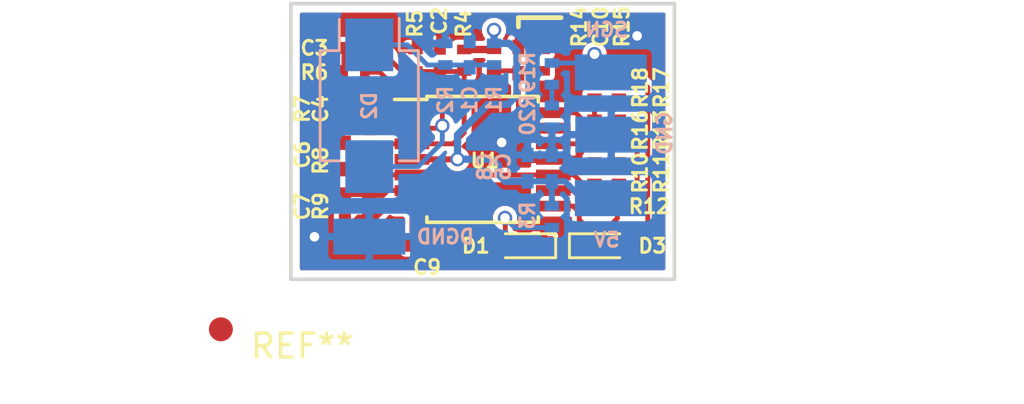
<source format=kicad_pcb>
(kicad_pcb (version 4) (host pcbnew 4.0.6-e0-6349~53~ubuntu16.04.1)

  (general
    (links 64)
    (no_connects 0)
    (area 105.188504 115.6506 155.600001 134.700001)
    (thickness 1)
    (drawings 10)
    (tracks 185)
    (zones 0)
    (modules 39)
    (nets 21)
  )

  (page A4)
  (layers
    (0 F.Cu mixed)
    (31 B.Cu mixed hide)
    (32 B.Adhes user)
    (33 F.Adhes user)
    (34 B.Paste user)
    (35 F.Paste user)
    (36 B.SilkS user)
    (37 F.SilkS user)
    (38 B.Mask user)
    (39 F.Mask user)
    (40 Dwgs.User user)
    (41 Cmts.User user)
    (42 Eco1.User user)
    (43 Eco2.User user)
    (44 Edge.Cuts user)
    (45 Margin user)
    (46 B.CrtYd user)
    (47 F.CrtYd user)
    (48 B.Fab user hide)
    (49 F.Fab user hide)
  )

  (setup
    (last_trace_width 0.2032)
    (trace_clearance 0.1524)
    (zone_clearance 0.2032)
    (zone_45_only yes)
    (trace_min 0.1016)
    (segment_width 0.2)
    (edge_width 0.15)
    (via_size 0.6)
    (via_drill 0.4)
    (via_min_size 0.4)
    (via_min_drill 0.3)
    (uvia_size 0.3)
    (uvia_drill 0.1)
    (uvias_allowed no)
    (uvia_min_size 0)
    (uvia_min_drill 0)
    (pcb_text_width 0.3)
    (pcb_text_size 1.27 1.5)
    (mod_edge_width 0.15)
    (mod_text_size 0.5842 0.5842)
    (mod_text_width 0.127)
    (pad_size 1.5 3)
    (pad_drill 0)
    (pad_to_mask_clearance 0.1016)
    (pad_to_paste_clearance -0.0762)
    (aux_axis_origin 125 116)
    (grid_origin 125 116)
    (visible_elements FFFEFF7F)
    (pcbplotparams
      (layerselection 0x012fc_80000001)
      (usegerberextensions true)
      (excludeedgelayer true)
      (linewidth 0.100000)
      (plotframeref false)
      (viasonmask true)
      (mode 1)
      (useauxorigin false)
      (hpglpennumber 1)
      (hpglpenspeed 20)
      (hpglpendiameter 15)
      (hpglpenoverlay 2)
      (psnegative false)
      (psa4output false)
      (plotreference true)
      (plotvalue false)
      (plotinvisibletext false)
      (padsonsilk false)
      (subtractmaskfromsilk false)
      (outputformat 1)
      (mirror false)
      (drillshape 0)
      (scaleselection 1)
      (outputdirectory grb))
  )

  (net 0 "")
  (net 1 "Net-(C1-Pad1)")
  (net 2 GND)
  (net 3 "Net-(C2-Pad1)")
  (net 4 "Net-(C3-Pad2)")
  (net 5 "Net-(C4-Pad1)")
  (net 6 "Net-(C4-Pad2)")
  (net 7 +5V)
  (net 8 "Net-(C6-Pad1)")
  (net 9 "Net-(C7-Pad1)")
  (net 10 "Net-(C7-Pad2)")
  (net 11 "Net-(C9-Pad1)")
  (net 12 "Net-(C10-Pad1)")
  (net 13 "Net-(D1-Pad2)")
  (net 14 "Net-(D3-Pad2)")
  (net 15 "Net-(J4-Pad1)")
  (net 16 "Net-(R11-Pad1)")
  (net 17 "Net-(R12-Pad1)")
  (net 18 "Net-(R13-Pad1)")
  (net 19 "Net-(R16-Pad1)")
  (net 20 "Net-(R19-Pad1)")

  (net_class Default "This is the default net class."
    (clearance 0.1524)
    (trace_width 0.2032)
    (via_dia 0.6)
    (via_drill 0.4)
    (uvia_dia 0.3)
    (uvia_drill 0.1)
    (add_net "Net-(C1-Pad1)")
    (add_net "Net-(C10-Pad1)")
    (add_net "Net-(C2-Pad1)")
    (add_net "Net-(C3-Pad2)")
    (add_net "Net-(C4-Pad1)")
    (add_net "Net-(C4-Pad2)")
    (add_net "Net-(C6-Pad1)")
    (add_net "Net-(C7-Pad1)")
    (add_net "Net-(C7-Pad2)")
    (add_net "Net-(C9-Pad1)")
    (add_net "Net-(D1-Pad2)")
    (add_net "Net-(D3-Pad2)")
    (add_net "Net-(J4-Pad1)")
    (add_net "Net-(R11-Pad1)")
    (add_net "Net-(R12-Pad1)")
    (add_net "Net-(R13-Pad1)")
    (add_net "Net-(R16-Pad1)")
    (add_net "Net-(R19-Pad1)")
  )

  (net_class PWR ""
    (clearance 0.1524)
    (trace_width 0.3048)
    (via_dia 0.6)
    (via_drill 0.4)
    (uvia_dia 0.3)
    (uvia_drill 0.1)
    (add_net +5V)
    (add_net GND)
  )

  (module LEDs:LED_0603 (layer F.Cu) (tedit 58F7AC14) (tstamp 58F4EDBD)
    (at 134.747 126.103 180)
    (descr "LED 0603 smd package")
    (tags "LED led 0603 SMD smd SMT smt smdled SMDLED smtled SMTLED")
    (path /58F5160B)
    (attr smd)
    (fp_text reference D1 (at 2.032 -0.008 180) (layer F.SilkS)
      (effects (font (size 0.5842 0.5842) (thickness 0.127)))
    )
    (fp_text value Pwr_LED (at 0 1.35 180) (layer F.Fab)
      (effects (font (size 1 1) (thickness 0.15)))
    )
    (fp_line (start -1.3 -0.5) (end -1.3 0.5) (layer F.SilkS) (width 0.12))
    (fp_line (start -0.2 -0.2) (end -0.2 0.2) (layer F.Fab) (width 0.1))
    (fp_line (start -0.15 0) (end 0.15 -0.2) (layer F.Fab) (width 0.1))
    (fp_line (start 0.15 0.2) (end -0.15 0) (layer F.Fab) (width 0.1))
    (fp_line (start 0.15 -0.2) (end 0.15 0.2) (layer F.Fab) (width 0.1))
    (fp_line (start 0.8 0.4) (end -0.8 0.4) (layer F.Fab) (width 0.1))
    (fp_line (start 0.8 -0.4) (end 0.8 0.4) (layer F.Fab) (width 0.1))
    (fp_line (start -0.8 -0.4) (end 0.8 -0.4) (layer F.Fab) (width 0.1))
    (fp_line (start -0.8 0.4) (end -0.8 -0.4) (layer F.Fab) (width 0.1))
    (fp_line (start -1.3 0.5) (end 0.8 0.5) (layer F.SilkS) (width 0.12))
    (fp_line (start -1.3 -0.5) (end 0.8 -0.5) (layer F.SilkS) (width 0.12))
    (fp_line (start 1.45 -0.65) (end 1.45 0.65) (layer F.CrtYd) (width 0.05))
    (fp_line (start 1.45 0.65) (end -1.45 0.65) (layer F.CrtYd) (width 0.05))
    (fp_line (start -1.45 0.65) (end -1.45 -0.65) (layer F.CrtYd) (width 0.05))
    (fp_line (start -1.45 -0.65) (end 1.45 -0.65) (layer F.CrtYd) (width 0.05))
    (pad 2 smd rect (at 0.8 0) (size 0.8 0.8) (layers F.Cu F.Paste F.Mask)
      (net 13 "Net-(D1-Pad2)"))
    (pad 1 smd rect (at -0.8 0) (size 0.8 0.8) (layers F.Cu F.Paste F.Mask)
      (net 2 GND))
    (model LEDs.3dshapes/LED_0603.wrl
      (at (xyz 0 0 0))
      (scale (xyz 1 1 1))
      (rotate (xyz 0 0 180))
    )
  )

  (module Opto-Devices:PhotoDiode_SMD-DIL2_4.5x4 (layer B.Cu) (tedit 58F7AEAA) (tstamp 58F4EDC3)
    (at 128.27 120.261 270)
    (descr "PhotoDiode, plastic SMD DIL, 4.5x4mm²")
    (tags "PhotoDiode plastic SMD DIL")
    (path /58F206E0)
    (attr smd)
    (fp_text reference D2 (at 0.008 0 270) (layer B.SilkS)
      (effects (font (size 0.5842 0.5842) (thickness 0.127)) (justify mirror))
    )
    (fp_text value BPW34 (at 0 -3.17 270) (layer B.Fab)
      (effects (font (size 1 1) (thickness 0.15)) (justify mirror))
    )
    (fp_line (start -3.65 -1.25) (end -2.3 -1.25) (layer B.SilkS) (width 0.12))
    (fp_line (start -2.3 -1.25) (end -2.3 -2.05) (layer B.SilkS) (width 0.12))
    (fp_line (start -2.3 -2.05) (end 2.3 -2.05) (layer B.SilkS) (width 0.12))
    (fp_line (start 2.3 -2.05) (end 2.3 -1.25) (layer B.SilkS) (width 0.12))
    (fp_line (start 2.3 1.25) (end 2.3 2.05) (layer B.SilkS) (width 0.12))
    (fp_line (start 2.3 2.05) (end -2.3 2.05) (layer B.SilkS) (width 0.12))
    (fp_line (start -2.3 2.05) (end -2.3 1.25) (layer B.SilkS) (width 0.12))
    (fp_line (start -2.3 1.25) (end -3.6 1.25) (layer B.SilkS) (width 0.12))
    (fp_line (start -2.25 1.4) (end -2.25 -2) (layer B.Fab) (width 0.1))
    (fp_line (start -2.25 1.4) (end -1.65 2) (layer B.Fab) (width 0.1))
    (fp_line (start -1.65 2) (end 2.25 2) (layer B.Fab) (width 0.1))
    (fp_line (start 2.25 2) (end 2.25 -2) (layer B.Fab) (width 0.1))
    (fp_line (start 2.25 -2) (end -2.25 -2) (layer B.Fab) (width 0.1))
    (fp_line (start 0.45 0.38) (end 0.71 0.38) (layer B.Fab) (width 0.1))
    (fp_line (start 0.45 0.38) (end 0.45 0.64) (layer B.Fab) (width 0.1))
    (fp_line (start -0.05 0.38) (end 0.2 0.38) (layer B.Fab) (width 0.1))
    (fp_line (start -0.05 0.38) (end -0.05 0.64) (layer B.Fab) (width 0.1))
    (fp_line (start 0.71 1.14) (end -0.05 0.38) (layer B.Fab) (width 0.1))
    (fp_line (start 1.22 1.14) (end 0.45 0.38) (layer B.Fab) (width 0.1))
    (fp_line (start -0.31 -0.64) (end 0.33 0) (layer B.Fab) (width 0.1))
    (fp_line (start 0.33 0) (end 0.33 -1.27) (layer B.Fab) (width 0.1))
    (fp_line (start 0.33 -1.27) (end -0.31 -0.64) (layer B.Fab) (width 0.1))
    (fp_line (start -0.31 0) (end -0.31 -1.27) (layer B.Fab) (width 0.1))
    (fp_line (start -1.27 -0.64) (end 1.27 -0.64) (layer B.Fab) (width 0.1))
    (fp_line (start -3.89 2.25) (end 3.89 2.25) (layer B.CrtYd) (width 0.05))
    (fp_line (start -3.89 2.25) (end -3.89 -2.25) (layer B.CrtYd) (width 0.05))
    (fp_line (start 3.89 -2.25) (end 3.89 2.25) (layer B.CrtYd) (width 0.05))
    (fp_line (start 3.89 -2.25) (end -3.89 -2.25) (layer B.CrtYd) (width 0.05))
    (pad 2 smd rect (at 2.54 0 90) (size 2.2 2) (layers B.Cu B.Paste B.Mask)
      (net 6 "Net-(C4-Pad2)"))
    (pad 1 smd rect (at -2.54 0 90) (size 2.2 2) (layers B.Cu B.Paste B.Mask)
      (net 1 "Net-(C1-Pad1)"))
  )

  (module LEDs:LED_0603 (layer F.Cu) (tedit 58F7AC1E) (tstamp 58F4EDC9)
    (at 137.922 126.103)
    (descr "LED 0603 smd package")
    (tags "LED led 0603 SMD smd SMT smt smdled SMDLED smtled SMTLED")
    (path /58F50FD7)
    (attr smd)
    (fp_text reference D3 (at 2.159 0.008) (layer F.SilkS)
      (effects (font (size 0.5842 0.5842) (thickness 0.127)))
    )
    (fp_text value Sgn_LED (at 0 1.35) (layer F.Fab)
      (effects (font (size 1 1) (thickness 0.15)))
    )
    (fp_line (start -1.3 -0.5) (end -1.3 0.5) (layer F.SilkS) (width 0.12))
    (fp_line (start -0.2 -0.2) (end -0.2 0.2) (layer F.Fab) (width 0.1))
    (fp_line (start -0.15 0) (end 0.15 -0.2) (layer F.Fab) (width 0.1))
    (fp_line (start 0.15 0.2) (end -0.15 0) (layer F.Fab) (width 0.1))
    (fp_line (start 0.15 -0.2) (end 0.15 0.2) (layer F.Fab) (width 0.1))
    (fp_line (start 0.8 0.4) (end -0.8 0.4) (layer F.Fab) (width 0.1))
    (fp_line (start 0.8 -0.4) (end 0.8 0.4) (layer F.Fab) (width 0.1))
    (fp_line (start -0.8 -0.4) (end 0.8 -0.4) (layer F.Fab) (width 0.1))
    (fp_line (start -0.8 0.4) (end -0.8 -0.4) (layer F.Fab) (width 0.1))
    (fp_line (start -1.3 0.5) (end 0.8 0.5) (layer F.SilkS) (width 0.12))
    (fp_line (start -1.3 -0.5) (end 0.8 -0.5) (layer F.SilkS) (width 0.12))
    (fp_line (start 1.45 -0.65) (end 1.45 0.65) (layer F.CrtYd) (width 0.05))
    (fp_line (start 1.45 0.65) (end -1.45 0.65) (layer F.CrtYd) (width 0.05))
    (fp_line (start -1.45 0.65) (end -1.45 -0.65) (layer F.CrtYd) (width 0.05))
    (fp_line (start -1.45 -0.65) (end 1.45 -0.65) (layer F.CrtYd) (width 0.05))
    (pad 2 smd rect (at 0.8 0 180) (size 0.8 0.8) (layers F.Cu F.Paste F.Mask)
      (net 14 "Net-(D3-Pad2)"))
    (pad 1 smd rect (at -0.8 0 180) (size 0.8 0.8) (layers F.Cu F.Paste F.Mask)
      (net 2 GND))
    (model LEDs.3dshapes/LED_0603.wrl
      (at (xyz 0 0 0))
      (scale (xyz 1 1 1))
      (rotate (xyz 0 0 180))
    )
  )

  (module custom_lib:SolderWirePad_single_SMD_1.5x3mm (layer B.Cu) (tedit 58F7C190) (tstamp 58F4EDCE)
    (at 138.3485 124.119 90)
    (descr "Wire Pad, Square, SMD Pad,  1.5mm x 3mm,")
    (tags "MesurementPoint Square SMDPad 1.5mmx3mm ")
    (path /58F20708)
    (attr smd)
    (fp_text reference 5V (at -1.738 -0.1725 180) (layer B.SilkS)
      (effects (font (size 0.5842 0.5842) (thickness 0.127)) (justify mirror))
    )
    (fp_text value 5V (at 0 -2.9464 90) (layer B.Fab)
      (effects (font (size 1 1) (thickness 0.15)) (justify mirror))
    )
    (fp_line (start 1 1.75) (end -1 1.75) (layer B.CrtYd) (width 0.05))
    (fp_line (start 1 -1.75) (end 1 1.75) (layer B.CrtYd) (width 0.05))
    (fp_line (start -1 -1.75) (end 1 -1.75) (layer B.CrtYd) (width 0.05))
    (fp_line (start -1 1.75) (end -1 -1.75) (layer B.CrtYd) (width 0.05))
    (pad 1 smd rect (at 0 0 90) (size 1.5 3) (layers B.Cu B.Mask)
      (net 7 +5V))
  )

  (module custom_lib:SolderWirePad_single_SMD_1.5x3mm (layer B.Cu) (tedit 58F7C18A) (tstamp 58F4EDD3)
    (at 138.3665 121.4675 90)
    (descr "Wire Pad, Square, SMD Pad,  1.5mm x 3mm,")
    (tags "MesurementPoint Square SMDPad 1.5mmx3mm ")
    (path /58F20709)
    (attr smd)
    (fp_text reference GND (at 0.0555 2.2225 270) (layer B.SilkS)
      (effects (font (size 0.5842 0.5842) (thickness 0.127)) (justify mirror))
    )
    (fp_text value GND (at 0 -2.9464 90) (layer B.Fab)
      (effects (font (size 1 1) (thickness 0.15)) (justify mirror))
    )
    (fp_line (start 1 1.75) (end -1 1.75) (layer B.CrtYd) (width 0.05))
    (fp_line (start 1 -1.75) (end 1 1.75) (layer B.CrtYd) (width 0.05))
    (fp_line (start -1 -1.75) (end 1 -1.75) (layer B.CrtYd) (width 0.05))
    (fp_line (start -1 1.75) (end -1 -1.75) (layer B.CrtYd) (width 0.05))
    (pad 1 smd rect (at 0 0 90) (size 1.5 3) (layers B.Cu B.Mask)
      (net 2 GND))
  )

  (module custom_lib:SolderWirePad_single_SMD_1.5x3mm (layer B.Cu) (tedit 58F7C198) (tstamp 58F4EDD8)
    (at 128.27 125.722 270)
    (descr "Wire Pad, Square, SMD Pad,  1.5mm x 3mm,")
    (tags "MesurementPoint Square SMDPad 1.5mmx3mm ")
    (path /58F20707)
    (attr smd)
    (fp_text reference DGND (at 0.008 -3.175 360) (layer B.SilkS)
      (effects (font (size 0.5842 0.5842) (thickness 0.127)) (justify mirror))
    )
    (fp_text value D_GND (at 0 -2.9464 270) (layer B.Fab)
      (effects (font (size 1 1) (thickness 0.15)) (justify mirror))
    )
    (fp_line (start 1 1.75) (end -1 1.75) (layer B.CrtYd) (width 0.05))
    (fp_line (start 1 -1.75) (end 1 1.75) (layer B.CrtYd) (width 0.05))
    (fp_line (start -1 -1.75) (end 1 -1.75) (layer B.CrtYd) (width 0.05))
    (fp_line (start -1 1.75) (end -1 -1.75) (layer B.CrtYd) (width 0.05))
    (pad 1 smd rect (at 0 0 270) (size 1.5 3) (layers B.Cu B.Mask)
      (net 2 GND))
  )

  (module custom_lib:SolderWirePad_single_SMD_1.5x3mm (layer B.Cu) (tedit 58F7C174) (tstamp 58F4EDDD)
    (at 138.3485 118.869 90)
    (descr "Wire Pad, Square, SMD Pad,  1.5mm x 3mm,")
    (tags "MesurementPoint Square SMDPad 1.5mmx3mm ")
    (path /58F20704)
    (attr smd)
    (fp_text reference SGN (at 1.775 -0.1725 180) (layer B.SilkS)
      (effects (font (size 0.5842 0.5842) (thickness 0.127)) (justify mirror))
    )
    (fp_text value Sgn (at 0 -2.9464 90) (layer B.Fab)
      (effects (font (size 1 1) (thickness 0.15)) (justify mirror))
    )
    (fp_line (start 1 1.75) (end -1 1.75) (layer B.CrtYd) (width 0.05))
    (fp_line (start 1 -1.75) (end 1 1.75) (layer B.CrtYd) (width 0.05))
    (fp_line (start -1 -1.75) (end 1 -1.75) (layer B.CrtYd) (width 0.05))
    (fp_line (start -1 1.75) (end -1 -1.75) (layer B.CrtYd) (width 0.05))
    (pad 1 smd rect (at 0 0 90) (size 1.5 3) (layers B.Cu B.Mask)
      (net 15 "Net-(J4-Pad1)"))
  )

  (module Housings_SSOP:TSSOP-14_4.4x5mm_Pitch0.65mm (layer F.Cu) (tedit 58F7ACA1) (tstamp 58F4EE67)
    (at 133 122.5)
    (descr "14-Lead Plastic Thin Shrink Small Outline (ST)-4.4 mm Body [TSSOP] (see Microchip Packaging Specification 00000049BS.pdf)")
    (tags "SSOP 0.65")
    (path /58F206E1)
    (attr smd)
    (fp_text reference U1 (at 0.096 0.055) (layer F.SilkS)
      (effects (font (size 0.5842 0.5842) (thickness 0.127)))
    )
    (fp_text value TLV4316 (at 0 3.55) (layer F.Fab)
      (effects (font (size 1 1) (thickness 0.15)))
    )
    (fp_line (start -1.2 -2.5) (end 2.2 -2.5) (layer F.Fab) (width 0.15))
    (fp_line (start 2.2 -2.5) (end 2.2 2.5) (layer F.Fab) (width 0.15))
    (fp_line (start 2.2 2.5) (end -2.2 2.5) (layer F.Fab) (width 0.15))
    (fp_line (start -2.2 2.5) (end -2.2 -1.5) (layer F.Fab) (width 0.15))
    (fp_line (start -2.2 -1.5) (end -1.2 -2.5) (layer F.Fab) (width 0.15))
    (fp_line (start -3.95 -2.8) (end -3.95 2.8) (layer F.CrtYd) (width 0.05))
    (fp_line (start 3.95 -2.8) (end 3.95 2.8) (layer F.CrtYd) (width 0.05))
    (fp_line (start -3.95 -2.8) (end 3.95 -2.8) (layer F.CrtYd) (width 0.05))
    (fp_line (start -3.95 2.8) (end 3.95 2.8) (layer F.CrtYd) (width 0.05))
    (fp_line (start -2.325 -2.625) (end -2.325 -2.5) (layer F.SilkS) (width 0.15))
    (fp_line (start 2.325 -2.625) (end 2.325 -2.4) (layer F.SilkS) (width 0.15))
    (fp_line (start 2.325 2.625) (end 2.325 2.4) (layer F.SilkS) (width 0.15))
    (fp_line (start -2.325 2.625) (end -2.325 2.4) (layer F.SilkS) (width 0.15))
    (fp_line (start -2.325 -2.625) (end 2.325 -2.625) (layer F.SilkS) (width 0.15))
    (fp_line (start -2.325 2.625) (end 2.325 2.625) (layer F.SilkS) (width 0.15))
    (fp_line (start -2.325 -2.5) (end -3.675 -2.5) (layer F.SilkS) (width 0.15))
    (fp_text user %R (at 0 0) (layer F.Fab)
      (effects (font (size 0.8 0.8) (thickness 0.15)))
    )
    (pad 1 smd rect (at -2.95 -1.95) (size 1.45 0.45) (layers F.Cu F.Paste F.Mask)
      (net 5 "Net-(C4-Pad1)"))
    (pad 2 smd rect (at -2.95 -1.3) (size 1.45 0.45) (layers F.Cu F.Paste F.Mask)
      (net 6 "Net-(C4-Pad2)"))
    (pad 3 smd rect (at -2.95 -0.65) (size 1.45 0.45) (layers F.Cu F.Paste F.Mask)
      (net 3 "Net-(C2-Pad1)"))
    (pad 4 smd rect (at -2.95 0) (size 1.45 0.45) (layers F.Cu F.Paste F.Mask)
      (net 7 +5V))
    (pad 5 smd rect (at -2.95 0.65) (size 1.45 0.45) (layers F.Cu F.Paste F.Mask)
      (net 3 "Net-(C2-Pad1)"))
    (pad 6 smd rect (at -2.95 1.3) (size 1.45 0.45) (layers F.Cu F.Paste F.Mask)
      (net 10 "Net-(C7-Pad2)"))
    (pad 7 smd rect (at -2.95 1.95) (size 1.45 0.45) (layers F.Cu F.Paste F.Mask)
      (net 9 "Net-(C7-Pad1)"))
    (pad 8 smd rect (at 2.95 1.95) (size 1.45 0.45) (layers F.Cu F.Paste F.Mask)
      (net 17 "Net-(R12-Pad1)"))
    (pad 9 smd rect (at 2.95 1.3) (size 1.45 0.45) (layers F.Cu F.Paste F.Mask)
      (net 16 "Net-(R11-Pad1)"))
    (pad 10 smd rect (at 2.95 0.65) (size 1.45 0.45) (layers F.Cu F.Paste F.Mask)
      (net 11 "Net-(C9-Pad1)"))
    (pad 11 smd rect (at 2.95 0) (size 1.45 0.45) (layers F.Cu F.Paste F.Mask)
      (net 2 GND))
    (pad 12 smd rect (at 2.95 -0.65) (size 1.45 0.45) (layers F.Cu F.Paste F.Mask)
      (net 18 "Net-(R13-Pad1)"))
    (pad 13 smd rect (at 2.95 -1.3) (size 1.45 0.45) (layers F.Cu F.Paste F.Mask)
      (net 12 "Net-(C10-Pad1)"))
    (pad 14 smd rect (at 2.95 -1.95) (size 1.45 0.45) (layers F.Cu F.Paste F.Mask)
      (net 19 "Net-(R16-Pad1)"))
    (model ${KISYS3DMOD}/Housings_SSOP.3dshapes/TSSOP-14_4.4x5mm_Pitch0.65mm.wrl
      (at (xyz 0 0 0))
      (scale (xyz 1 1 1))
      (rotate (xyz 0 0 0))
    )
  )

  (module Capacitors_SMD:C_0402_NoSilk (layer B.Cu) (tedit 58F7AF3F) (tstamp 58F4FDB6)
    (at 132.461 118.11 90)
    (descr "Capacitor SMD 0402, reflow soldering, AVX (see smccp.pdf)")
    (tags "capacitor 0402")
    (path /58F24518)
    (attr smd)
    (fp_text reference C1 (at -1.905 0 90) (layer B.SilkS)
      (effects (font (size 0.5842 0.5842) (thickness 0.127)) (justify mirror))
    )
    (fp_text value 100n (at 0 -1.27 90) (layer B.Fab)
      (effects (font (size 1 1) (thickness 0.15)) (justify mirror))
    )
    (fp_text user %R (at 0 1.27 90) (layer B.Fab)
      (effects (font (size 1 1) (thickness 0.15)) (justify mirror))
    )
    (fp_line (start -0.5 -0.25) (end -0.5 0.25) (layer B.Fab) (width 0.1))
    (fp_line (start 0.5 -0.25) (end -0.5 -0.25) (layer B.Fab) (width 0.1))
    (fp_line (start 0.5 0.25) (end 0.5 -0.25) (layer B.Fab) (width 0.1))
    (fp_line (start -0.5 0.25) (end 0.5 0.25) (layer B.Fab) (width 0.1))
    (fp_line (start -1 0.4) (end 1 0.4) (layer B.CrtYd) (width 0.05))
    (fp_line (start -1 0.4) (end -1 -0.4) (layer B.CrtYd) (width 0.05))
    (fp_line (start 1 -0.4) (end 1 0.4) (layer B.CrtYd) (width 0.05))
    (fp_line (start 1 -0.4) (end -1 -0.4) (layer B.CrtYd) (width 0.05))
    (pad 1 smd rect (at -0.55 0 90) (size 0.6 0.5) (layers B.Cu B.Paste B.Mask)
      (net 1 "Net-(C1-Pad1)"))
    (pad 2 smd rect (at 0.55 0 90) (size 0.6 0.5) (layers B.Cu B.Paste B.Mask)
      (net 2 GND))
    (model Capacitors_SMD.3dshapes/C_0402.wrl
      (at (xyz 0 0 0))
      (scale (xyz 1 1 1))
      (rotate (xyz 0 0 0))
    )
  )

  (module Capacitors_SMD:C_0402_NoSilk (layer F.Cu) (tedit 58F7AD6E) (tstamp 58F4FDBB)
    (at 131.214 118.385 90)
    (descr "Capacitor SMD 0402, reflow soldering, AVX (see smccp.pdf)")
    (tags "capacitor 0402")
    (path /58F206F2)
    (attr smd)
    (fp_text reference C2 (at 1.672 -0.023 90) (layer F.SilkS)
      (effects (font (size 0.5842 0.5842) (thickness 0.127)))
    )
    (fp_text value 100n (at 0 1.27 90) (layer F.Fab)
      (effects (font (size 1 1) (thickness 0.15)))
    )
    (fp_text user %R (at 0 -1.27 90) (layer F.Fab)
      (effects (font (size 1 1) (thickness 0.15)))
    )
    (fp_line (start -0.5 0.25) (end -0.5 -0.25) (layer F.Fab) (width 0.1))
    (fp_line (start 0.5 0.25) (end -0.5 0.25) (layer F.Fab) (width 0.1))
    (fp_line (start 0.5 -0.25) (end 0.5 0.25) (layer F.Fab) (width 0.1))
    (fp_line (start -0.5 -0.25) (end 0.5 -0.25) (layer F.Fab) (width 0.1))
    (fp_line (start -1 -0.4) (end 1 -0.4) (layer F.CrtYd) (width 0.05))
    (fp_line (start -1 -0.4) (end -1 0.4) (layer F.CrtYd) (width 0.05))
    (fp_line (start 1 0.4) (end 1 -0.4) (layer F.CrtYd) (width 0.05))
    (fp_line (start 1 0.4) (end -1 0.4) (layer F.CrtYd) (width 0.05))
    (pad 1 smd rect (at -0.55 0 90) (size 0.6 0.5) (layers F.Cu F.Paste F.Mask)
      (net 3 "Net-(C2-Pad1)"))
    (pad 2 smd rect (at 0.55 0 90) (size 0.6 0.5) (layers F.Cu F.Paste F.Mask)
      (net 2 GND))
    (model Capacitors_SMD.3dshapes/C_0402.wrl
      (at (xyz 0 0 0))
      (scale (xyz 1 1 1))
      (rotate (xyz 0 0 0))
    )
  )

  (module Capacitors_SMD:C_0402_NoSilk (layer F.Cu) (tedit 58F7AD83) (tstamp 58F4FDC0)
    (at 127.762 117.848 180)
    (descr "Capacitor SMD 0402, reflow soldering, AVX (see smccp.pdf)")
    (tags "capacitor 0402")
    (path /58F34947)
    (attr smd)
    (fp_text reference C3 (at 1.778 -0.008 180) (layer F.SilkS)
      (effects (font (size 0.5842 0.5842) (thickness 0.127)))
    )
    (fp_text value 100n (at 0 1.27 180) (layer F.Fab)
      (effects (font (size 1 1) (thickness 0.15)))
    )
    (fp_text user %R (at 0 -1.27 180) (layer F.Fab)
      (effects (font (size 1 1) (thickness 0.15)))
    )
    (fp_line (start -0.5 0.25) (end -0.5 -0.25) (layer F.Fab) (width 0.1))
    (fp_line (start 0.5 0.25) (end -0.5 0.25) (layer F.Fab) (width 0.1))
    (fp_line (start 0.5 -0.25) (end 0.5 0.25) (layer F.Fab) (width 0.1))
    (fp_line (start -0.5 -0.25) (end 0.5 -0.25) (layer F.Fab) (width 0.1))
    (fp_line (start -1 -0.4) (end 1 -0.4) (layer F.CrtYd) (width 0.05))
    (fp_line (start -1 -0.4) (end -1 0.4) (layer F.CrtYd) (width 0.05))
    (fp_line (start 1 0.4) (end 1 -0.4) (layer F.CrtYd) (width 0.05))
    (fp_line (start 1 0.4) (end -1 0.4) (layer F.CrtYd) (width 0.05))
    (pad 1 smd rect (at -0.55 0 180) (size 0.6 0.5) (layers F.Cu F.Paste F.Mask)
      (net 3 "Net-(C2-Pad1)"))
    (pad 2 smd rect (at 0.55 0 180) (size 0.6 0.5) (layers F.Cu F.Paste F.Mask)
      (net 4 "Net-(C3-Pad2)"))
    (model Capacitors_SMD.3dshapes/C_0402.wrl
      (at (xyz 0 0 0))
      (scale (xyz 1 1 1))
      (rotate (xyz 0 0 0))
    )
  )

  (module Capacitors_SMD:C_0402_NoSilk (layer F.Cu) (tedit 58F7ADD2) (tstamp 58F4FDC5)
    (at 128.27 120.642 270)
    (descr "Capacitor SMD 0402, reflow soldering, AVX (see smccp.pdf)")
    (tags "capacitor 0402")
    (path /58F2070B)
    (attr smd)
    (fp_text reference C4 (at -0.246 2.032 270) (layer F.SilkS)
      (effects (font (size 0.5842 0.5842) (thickness 0.127)))
    )
    (fp_text value 10p (at 0 1.27 270) (layer F.Fab)
      (effects (font (size 1 1) (thickness 0.15)))
    )
    (fp_text user %R (at 0 -1.27 270) (layer F.Fab)
      (effects (font (size 1 1) (thickness 0.15)))
    )
    (fp_line (start -0.5 0.25) (end -0.5 -0.25) (layer F.Fab) (width 0.1))
    (fp_line (start 0.5 0.25) (end -0.5 0.25) (layer F.Fab) (width 0.1))
    (fp_line (start 0.5 -0.25) (end 0.5 0.25) (layer F.Fab) (width 0.1))
    (fp_line (start -0.5 -0.25) (end 0.5 -0.25) (layer F.Fab) (width 0.1))
    (fp_line (start -1 -0.4) (end 1 -0.4) (layer F.CrtYd) (width 0.05))
    (fp_line (start -1 -0.4) (end -1 0.4) (layer F.CrtYd) (width 0.05))
    (fp_line (start 1 0.4) (end 1 -0.4) (layer F.CrtYd) (width 0.05))
    (fp_line (start 1 0.4) (end -1 0.4) (layer F.CrtYd) (width 0.05))
    (pad 1 smd rect (at -0.55 0 270) (size 0.6 0.5) (layers F.Cu F.Paste F.Mask)
      (net 5 "Net-(C4-Pad1)"))
    (pad 2 smd rect (at 0.55 0 270) (size 0.6 0.5) (layers F.Cu F.Paste F.Mask)
      (net 6 "Net-(C4-Pad2)"))
    (model Capacitors_SMD.3dshapes/C_0402.wrl
      (at (xyz 0 0 0))
      (scale (xyz 1 1 1))
      (rotate (xyz 0 0 0))
    )
  )

  (module Capacitors_SMD:C_0402_NoSilk (layer B.Cu) (tedit 58F7AEFF) (tstamp 58F4FDCA)
    (at 135.89 122.8645 270)
    (descr "Capacitor SMD 0402, reflow soldering, AVX (see smccp.pdf)")
    (tags "capacitor 0402")
    (path /58F206F3)
    (attr smd)
    (fp_text reference C5 (at -0.0555 2.032 270) (layer B.SilkS)
      (effects (font (size 0.5842 0.5842) (thickness 0.127)) (justify mirror))
    )
    (fp_text value 100n (at 0 -1.27 270) (layer B.Fab)
      (effects (font (size 1 1) (thickness 0.15)) (justify mirror))
    )
    (fp_text user %R (at 0 1.27 270) (layer B.Fab)
      (effects (font (size 1 1) (thickness 0.15)) (justify mirror))
    )
    (fp_line (start -0.5 -0.25) (end -0.5 0.25) (layer B.Fab) (width 0.1))
    (fp_line (start 0.5 -0.25) (end -0.5 -0.25) (layer B.Fab) (width 0.1))
    (fp_line (start 0.5 0.25) (end 0.5 -0.25) (layer B.Fab) (width 0.1))
    (fp_line (start -0.5 0.25) (end 0.5 0.25) (layer B.Fab) (width 0.1))
    (fp_line (start -1 0.4) (end 1 0.4) (layer B.CrtYd) (width 0.05))
    (fp_line (start -1 0.4) (end -1 -0.4) (layer B.CrtYd) (width 0.05))
    (fp_line (start 1 -0.4) (end 1 0.4) (layer B.CrtYd) (width 0.05))
    (fp_line (start 1 -0.4) (end -1 -0.4) (layer B.CrtYd) (width 0.05))
    (pad 1 smd rect (at -0.55 0 270) (size 0.6 0.5) (layers B.Cu B.Paste B.Mask)
      (net 2 GND))
    (pad 2 smd rect (at 0.55 0 270) (size 0.6 0.5) (layers B.Cu B.Paste B.Mask)
      (net 7 +5V))
    (model Capacitors_SMD.3dshapes/C_0402.wrl
      (at (xyz 0 0 0))
      (scale (xyz 1 1 1))
      (rotate (xyz 0 0 0))
    )
  )

  (module Capacitors_SMD:C_0402_NoSilk (layer F.Cu) (tedit 58F7ADDB) (tstamp 58F4FDCF)
    (at 127.254 122.3565 90)
    (descr "Capacitor SMD 0402, reflow soldering, AVX (see smccp.pdf)")
    (tags "capacitor 0402")
    (path /58F206F5)
    (attr smd)
    (fp_text reference C6 (at 0.0555 -1.778 90) (layer F.SilkS)
      (effects (font (size 0.5842 0.5842) (thickness 0.127)))
    )
    (fp_text value 1u (at 0 1.27 90) (layer F.Fab)
      (effects (font (size 1 1) (thickness 0.15)))
    )
    (fp_text user %R (at 0 -1.27 90) (layer F.Fab)
      (effects (font (size 1 1) (thickness 0.15)))
    )
    (fp_line (start -0.5 0.25) (end -0.5 -0.25) (layer F.Fab) (width 0.1))
    (fp_line (start 0.5 0.25) (end -0.5 0.25) (layer F.Fab) (width 0.1))
    (fp_line (start 0.5 -0.25) (end 0.5 0.25) (layer F.Fab) (width 0.1))
    (fp_line (start -0.5 -0.25) (end 0.5 -0.25) (layer F.Fab) (width 0.1))
    (fp_line (start -1 -0.4) (end 1 -0.4) (layer F.CrtYd) (width 0.05))
    (fp_line (start -1 -0.4) (end -1 0.4) (layer F.CrtYd) (width 0.05))
    (fp_line (start 1 0.4) (end 1 -0.4) (layer F.CrtYd) (width 0.05))
    (fp_line (start 1 0.4) (end -1 0.4) (layer F.CrtYd) (width 0.05))
    (pad 1 smd rect (at -0.55 0 90) (size 0.6 0.5) (layers F.Cu F.Paste F.Mask)
      (net 8 "Net-(C6-Pad1)"))
    (pad 2 smd rect (at 0.55 0 90) (size 0.6 0.5) (layers F.Cu F.Paste F.Mask)
      (net 5 "Net-(C4-Pad1)"))
    (model Capacitors_SMD.3dshapes/C_0402.wrl
      (at (xyz 0 0 0))
      (scale (xyz 1 1 1))
      (rotate (xyz 0 0 0))
    )
  )

  (module Capacitors_SMD:C_0402_NoSilk (layer F.Cu) (tedit 58F7ADFB) (tstamp 58F4FDD4)
    (at 127.254 124.5155 90)
    (descr "Capacitor SMD 0402, reflow soldering, AVX (see smccp.pdf)")
    (tags "capacitor 0402")
    (path /58F2070E)
    (attr smd)
    (fp_text reference C7 (at 0.0555 -1.778 90) (layer F.SilkS)
      (effects (font (size 0.5842 0.5842) (thickness 0.127)))
    )
    (fp_text value 10p (at 0 1.27 90) (layer F.Fab)
      (effects (font (size 1 1) (thickness 0.15)))
    )
    (fp_text user %R (at 0 -1.27 90) (layer F.Fab)
      (effects (font (size 1 1) (thickness 0.15)))
    )
    (fp_line (start -0.5 0.25) (end -0.5 -0.25) (layer F.Fab) (width 0.1))
    (fp_line (start 0.5 0.25) (end -0.5 0.25) (layer F.Fab) (width 0.1))
    (fp_line (start 0.5 -0.25) (end 0.5 0.25) (layer F.Fab) (width 0.1))
    (fp_line (start -0.5 -0.25) (end 0.5 -0.25) (layer F.Fab) (width 0.1))
    (fp_line (start -1 -0.4) (end 1 -0.4) (layer F.CrtYd) (width 0.05))
    (fp_line (start -1 -0.4) (end -1 0.4) (layer F.CrtYd) (width 0.05))
    (fp_line (start 1 0.4) (end 1 -0.4) (layer F.CrtYd) (width 0.05))
    (fp_line (start 1 0.4) (end -1 0.4) (layer F.CrtYd) (width 0.05))
    (pad 1 smd rect (at -0.55 0 90) (size 0.6 0.5) (layers F.Cu F.Paste F.Mask)
      (net 9 "Net-(C7-Pad1)"))
    (pad 2 smd rect (at 0.55 0 90) (size 0.6 0.5) (layers F.Cu F.Paste F.Mask)
      (net 10 "Net-(C7-Pad2)"))
    (model Capacitors_SMD.3dshapes/C_0402.wrl
      (at (xyz 0 0 0))
      (scale (xyz 1 1 1))
      (rotate (xyz 0 0 0))
    )
  )

  (module Capacitors_SMD:C_0402_NoSilk (layer B.Cu) (tedit 58F7AF05) (tstamp 58F4FDD9)
    (at 134.874 122.8645 270)
    (descr "Capacitor SMD 0402, reflow soldering, AVX (see smccp.pdf)")
    (tags "capacitor 0402")
    (path /58F20705)
    (attr smd)
    (fp_text reference C8 (at -0.0555 1.778 270) (layer B.SilkS)
      (effects (font (size 0.5842 0.5842) (thickness 0.127)) (justify mirror))
    )
    (fp_text value 1u (at 0 -1.27 270) (layer B.Fab)
      (effects (font (size 1 1) (thickness 0.15)) (justify mirror))
    )
    (fp_text user %R (at 0 1.27 270) (layer B.Fab)
      (effects (font (size 1 1) (thickness 0.15)) (justify mirror))
    )
    (fp_line (start -0.5 -0.25) (end -0.5 0.25) (layer B.Fab) (width 0.1))
    (fp_line (start 0.5 -0.25) (end -0.5 -0.25) (layer B.Fab) (width 0.1))
    (fp_line (start 0.5 0.25) (end 0.5 -0.25) (layer B.Fab) (width 0.1))
    (fp_line (start -0.5 0.25) (end 0.5 0.25) (layer B.Fab) (width 0.1))
    (fp_line (start -1 0.4) (end 1 0.4) (layer B.CrtYd) (width 0.05))
    (fp_line (start -1 0.4) (end -1 -0.4) (layer B.CrtYd) (width 0.05))
    (fp_line (start 1 -0.4) (end 1 0.4) (layer B.CrtYd) (width 0.05))
    (fp_line (start 1 -0.4) (end -1 -0.4) (layer B.CrtYd) (width 0.05))
    (pad 1 smd rect (at -0.55 0 270) (size 0.6 0.5) (layers B.Cu B.Paste B.Mask)
      (net 2 GND))
    (pad 2 smd rect (at 0.55 0 270) (size 0.6 0.5) (layers B.Cu B.Paste B.Mask)
      (net 7 +5V))
    (model Capacitors_SMD.3dshapes/C_0402.wrl
      (at (xyz 0 0 0))
      (scale (xyz 1 1 1))
      (rotate (xyz 0 0 0))
    )
  )

  (module Capacitors_SMD:C_0402_NoSilk (layer F.Cu) (tedit 58F7ABFB) (tstamp 58F4FDDE)
    (at 130.6195 126.103 180)
    (descr "Capacitor SMD 0402, reflow soldering, AVX (see smccp.pdf)")
    (tags "capacitor 0402")
    (path /58F206FB)
    (attr smd)
    (fp_text reference C9 (at -0.0635 -0.897 180) (layer F.SilkS)
      (effects (font (size 0.5842 0.5842) (thickness 0.127)))
    )
    (fp_text value 1u (at 0 1.27 180) (layer F.Fab)
      (effects (font (size 1 1) (thickness 0.15)))
    )
    (fp_text user %R (at 0 -1.27 180) (layer F.Fab)
      (effects (font (size 1 1) (thickness 0.15)))
    )
    (fp_line (start -0.5 0.25) (end -0.5 -0.25) (layer F.Fab) (width 0.1))
    (fp_line (start 0.5 0.25) (end -0.5 0.25) (layer F.Fab) (width 0.1))
    (fp_line (start 0.5 -0.25) (end 0.5 0.25) (layer F.Fab) (width 0.1))
    (fp_line (start -0.5 -0.25) (end 0.5 -0.25) (layer F.Fab) (width 0.1))
    (fp_line (start -1 -0.4) (end 1 -0.4) (layer F.CrtYd) (width 0.05))
    (fp_line (start -1 -0.4) (end -1 0.4) (layer F.CrtYd) (width 0.05))
    (fp_line (start 1 0.4) (end 1 -0.4) (layer F.CrtYd) (width 0.05))
    (fp_line (start 1 0.4) (end -1 0.4) (layer F.CrtYd) (width 0.05))
    (pad 1 smd rect (at -0.55 0 180) (size 0.6 0.5) (layers F.Cu F.Paste F.Mask)
      (net 11 "Net-(C9-Pad1)"))
    (pad 2 smd rect (at 0.55 0 180) (size 0.6 0.5) (layers F.Cu F.Paste F.Mask)
      (net 9 "Net-(C7-Pad1)"))
    (model Capacitors_SMD.3dshapes/C_0402.wrl
      (at (xyz 0 0 0))
      (scale (xyz 1 1 1))
      (rotate (xyz 0 0 0))
    )
  )

  (module Capacitors_SMD:C_0402_NoSilk (layer F.Cu) (tedit 58F7AD34) (tstamp 58F4FDE3)
    (at 134.493 118.356 90)
    (descr "Capacitor SMD 0402, reflow soldering, AVX (see smccp.pdf)")
    (tags "capacitor 0402")
    (path /58F2070F)
    (attr smd)
    (fp_text reference C10 (at 1.389 3.429 90) (layer F.SilkS)
      (effects (font (size 0.5842 0.5842) (thickness 0.127)))
    )
    (fp_text value 100n (at 0 1.27 90) (layer F.Fab)
      (effects (font (size 1 1) (thickness 0.15)))
    )
    (fp_text user %R (at 0 -1.27 90) (layer F.Fab)
      (effects (font (size 1 1) (thickness 0.15)))
    )
    (fp_line (start -0.5 0.25) (end -0.5 -0.25) (layer F.Fab) (width 0.1))
    (fp_line (start 0.5 0.25) (end -0.5 0.25) (layer F.Fab) (width 0.1))
    (fp_line (start 0.5 -0.25) (end 0.5 0.25) (layer F.Fab) (width 0.1))
    (fp_line (start -0.5 -0.25) (end 0.5 -0.25) (layer F.Fab) (width 0.1))
    (fp_line (start -1 -0.4) (end 1 -0.4) (layer F.CrtYd) (width 0.05))
    (fp_line (start -1 -0.4) (end -1 0.4) (layer F.CrtYd) (width 0.05))
    (fp_line (start 1 0.4) (end 1 -0.4) (layer F.CrtYd) (width 0.05))
    (fp_line (start 1 0.4) (end -1 0.4) (layer F.CrtYd) (width 0.05))
    (pad 1 smd rect (at -0.55 0 90) (size 0.6 0.5) (layers F.Cu F.Paste F.Mask)
      (net 12 "Net-(C10-Pad1)"))
    (pad 2 smd rect (at 0.55 0 90) (size 0.6 0.5) (layers F.Cu F.Paste F.Mask)
      (net 2 GND))
    (model Capacitors_SMD.3dshapes/C_0402.wrl
      (at (xyz 0 0 0))
      (scale (xyz 1 1 1))
      (rotate (xyz 0 0 0))
    )
  )

  (module Resistors_SMD:R_0402_NoSilk (layer B.Cu) (tedit 58F7AF45) (tstamp 58F4FDE8)
    (at 133.477 118.11 270)
    (descr "Resistor SMD 0402, reflow soldering, Vishay (see dcrcw.pdf)")
    (tags "resistor 0402")
    (path /58F206ED)
    (attr smd)
    (fp_text reference R1 (at 1.905 0 270) (layer B.SilkS)
      (effects (font (size 0.5842 0.5842) (thickness 0.127)) (justify mirror))
    )
    (fp_text value 10k (at 0 -1.25 270) (layer B.Fab)
      (effects (font (size 1 1) (thickness 0.15)) (justify mirror))
    )
    (fp_text user %R (at 0 1.2 270) (layer B.Fab)
      (effects (font (size 1 1) (thickness 0.15)) (justify mirror))
    )
    (fp_line (start -0.5 -0.25) (end -0.5 0.25) (layer B.Fab) (width 0.1))
    (fp_line (start 0.5 -0.25) (end -0.5 -0.25) (layer B.Fab) (width 0.1))
    (fp_line (start 0.5 0.25) (end 0.5 -0.25) (layer B.Fab) (width 0.1))
    (fp_line (start -0.5 0.25) (end 0.5 0.25) (layer B.Fab) (width 0.1))
    (fp_line (start -0.8 0.45) (end 0.8 0.45) (layer B.CrtYd) (width 0.05))
    (fp_line (start -0.8 0.45) (end -0.8 -0.45) (layer B.CrtYd) (width 0.05))
    (fp_line (start 0.8 -0.45) (end 0.8 0.45) (layer B.CrtYd) (width 0.05))
    (fp_line (start 0.8 -0.45) (end -0.8 -0.45) (layer B.CrtYd) (width 0.05))
    (pad 1 smd rect (at -0.45 0 270) (size 0.4 0.6) (layers B.Cu B.Paste B.Mask)
      (net 7 +5V))
    (pad 2 smd rect (at 0.45 0 270) (size 0.4 0.6) (layers B.Cu B.Paste B.Mask)
      (net 1 "Net-(C1-Pad1)"))
    (model ${KISYS3DMOD}/Resistors_SMD.3dshapes/R_0402.wrl
      (at (xyz 0 0 0))
      (scale (xyz 1 1 1))
      (rotate (xyz 0 0 0))
    )
  )

  (module Resistors_SMD:R_0402_NoSilk (layer B.Cu) (tedit 58F7AF3B) (tstamp 58F4FDED)
    (at 131.445 118.11 90)
    (descr "Resistor SMD 0402, reflow soldering, Vishay (see dcrcw.pdf)")
    (tags "resistor 0402")
    (path /58F206EE)
    (attr smd)
    (fp_text reference R2 (at -1.905 0 90) (layer B.SilkS)
      (effects (font (size 0.5842 0.5842) (thickness 0.127)) (justify mirror))
    )
    (fp_text value 22k (at 0 -1.25 90) (layer B.Fab)
      (effects (font (size 1 1) (thickness 0.15)) (justify mirror))
    )
    (fp_text user %R (at 0 1.2 90) (layer B.Fab)
      (effects (font (size 1 1) (thickness 0.15)) (justify mirror))
    )
    (fp_line (start -0.5 -0.25) (end -0.5 0.25) (layer B.Fab) (width 0.1))
    (fp_line (start 0.5 -0.25) (end -0.5 -0.25) (layer B.Fab) (width 0.1))
    (fp_line (start 0.5 0.25) (end 0.5 -0.25) (layer B.Fab) (width 0.1))
    (fp_line (start -0.5 0.25) (end 0.5 0.25) (layer B.Fab) (width 0.1))
    (fp_line (start -0.8 0.45) (end 0.8 0.45) (layer B.CrtYd) (width 0.05))
    (fp_line (start -0.8 0.45) (end -0.8 -0.45) (layer B.CrtYd) (width 0.05))
    (fp_line (start 0.8 -0.45) (end 0.8 0.45) (layer B.CrtYd) (width 0.05))
    (fp_line (start 0.8 -0.45) (end -0.8 -0.45) (layer B.CrtYd) (width 0.05))
    (pad 1 smd rect (at -0.45 0 90) (size 0.4 0.6) (layers B.Cu B.Paste B.Mask)
      (net 1 "Net-(C1-Pad1)"))
    (pad 2 smd rect (at 0.45 0 90) (size 0.4 0.6) (layers B.Cu B.Paste B.Mask)
      (net 2 GND))
    (model ${KISYS3DMOD}/Resistors_SMD.3dshapes/R_0402.wrl
      (at (xyz 0 0 0))
      (scale (xyz 1 1 1))
      (rotate (xyz 0 0 0))
    )
  )

  (module Resistors_SMD:R_0402_NoSilk (layer B.Cu) (tedit 58F7AED6) (tstamp 58F4FDF2)
    (at 135.89 124.8965 270)
    (descr "Resistor SMD 0402, reflow soldering, Vishay (see dcrcw.pdf)")
    (tags "resistor 0402")
    (path /58F51F81)
    (attr smd)
    (fp_text reference R3 (at -0.0555 1.016 270) (layer B.SilkS)
      (effects (font (size 0.5842 0.5842) (thickness 0.127)) (justify mirror))
    )
    (fp_text value 1k (at 0 -1.25 270) (layer B.Fab)
      (effects (font (size 1 1) (thickness 0.15)) (justify mirror))
    )
    (fp_text user %R (at 0 1.2 270) (layer B.Fab)
      (effects (font (size 1 1) (thickness 0.15)) (justify mirror))
    )
    (fp_line (start -0.5 -0.25) (end -0.5 0.25) (layer B.Fab) (width 0.1))
    (fp_line (start 0.5 -0.25) (end -0.5 -0.25) (layer B.Fab) (width 0.1))
    (fp_line (start 0.5 0.25) (end 0.5 -0.25) (layer B.Fab) (width 0.1))
    (fp_line (start -0.5 0.25) (end 0.5 0.25) (layer B.Fab) (width 0.1))
    (fp_line (start -0.8 0.45) (end 0.8 0.45) (layer B.CrtYd) (width 0.05))
    (fp_line (start -0.8 0.45) (end -0.8 -0.45) (layer B.CrtYd) (width 0.05))
    (fp_line (start 0.8 -0.45) (end 0.8 0.45) (layer B.CrtYd) (width 0.05))
    (fp_line (start 0.8 -0.45) (end -0.8 -0.45) (layer B.CrtYd) (width 0.05))
    (pad 1 smd rect (at -0.45 0 270) (size 0.4 0.6) (layers B.Cu B.Paste B.Mask)
      (net 7 +5V))
    (pad 2 smd rect (at 0.45 0 270) (size 0.4 0.6) (layers B.Cu B.Paste B.Mask)
      (net 13 "Net-(D1-Pad2)"))
    (model ${KISYS3DMOD}/Resistors_SMD.3dshapes/R_0402.wrl
      (at (xyz 0 0 0))
      (scale (xyz 1 1 1))
      (rotate (xyz 0 0 0))
    )
  )

  (module Resistors_SMD:R_0402_NoSilk (layer F.Cu) (tedit 58F7AD01) (tstamp 58F4FDF7)
    (at 132.2324 118.364 270)
    (descr "Resistor SMD 0402, reflow soldering, Vishay (see dcrcw.pdf)")
    (tags "resistor 0402")
    (path /58F206F0)
    (attr smd)
    (fp_text reference R4 (at -1.524 0.0254 270) (layer F.SilkS)
      (effects (font (size 0.5842 0.5842) (thickness 0.127)))
    )
    (fp_text value 100k (at 0 1.25 270) (layer F.Fab)
      (effects (font (size 1 1) (thickness 0.15)))
    )
    (fp_text user %R (at 0 -1.2 270) (layer F.Fab)
      (effects (font (size 1 1) (thickness 0.15)))
    )
    (fp_line (start -0.5 0.25) (end -0.5 -0.25) (layer F.Fab) (width 0.1))
    (fp_line (start 0.5 0.25) (end -0.5 0.25) (layer F.Fab) (width 0.1))
    (fp_line (start 0.5 -0.25) (end 0.5 0.25) (layer F.Fab) (width 0.1))
    (fp_line (start -0.5 -0.25) (end 0.5 -0.25) (layer F.Fab) (width 0.1))
    (fp_line (start -0.8 -0.45) (end 0.8 -0.45) (layer F.CrtYd) (width 0.05))
    (fp_line (start -0.8 -0.45) (end -0.8 0.45) (layer F.CrtYd) (width 0.05))
    (fp_line (start 0.8 0.45) (end 0.8 -0.45) (layer F.CrtYd) (width 0.05))
    (fp_line (start 0.8 0.45) (end -0.8 0.45) (layer F.CrtYd) (width 0.05))
    (pad 1 smd rect (at -0.45 0 270) (size 0.4 0.6) (layers F.Cu F.Paste F.Mask)
      (net 7 +5V))
    (pad 2 smd rect (at 0.45 0 270) (size 0.4 0.6) (layers F.Cu F.Paste F.Mask)
      (net 3 "Net-(C2-Pad1)"))
    (model ${KISYS3DMOD}/Resistors_SMD.3dshapes/R_0402.wrl
      (at (xyz 0 0 0))
      (scale (xyz 1 1 1))
      (rotate (xyz 0 0 0))
    )
  )

  (module Resistors_SMD:R_0402_NoSilk (layer F.Cu) (tedit 58F7AD75) (tstamp 58F4FDFC)
    (at 130.2004 118.364 90)
    (descr "Resistor SMD 0402, reflow soldering, Vishay (see dcrcw.pdf)")
    (tags "resistor 0402")
    (path /58F206F1)
    (attr smd)
    (fp_text reference R5 (at 1.524 -0.0254 90) (layer F.SilkS)
      (effects (font (size 0.5842 0.5842) (thickness 0.127)))
    )
    (fp_text value 100k (at 0 1.25 90) (layer F.Fab)
      (effects (font (size 1 1) (thickness 0.15)))
    )
    (fp_text user %R (at 0 -1.2 90) (layer F.Fab)
      (effects (font (size 1 1) (thickness 0.15)))
    )
    (fp_line (start -0.5 0.25) (end -0.5 -0.25) (layer F.Fab) (width 0.1))
    (fp_line (start 0.5 0.25) (end -0.5 0.25) (layer F.Fab) (width 0.1))
    (fp_line (start 0.5 -0.25) (end 0.5 0.25) (layer F.Fab) (width 0.1))
    (fp_line (start -0.5 -0.25) (end 0.5 -0.25) (layer F.Fab) (width 0.1))
    (fp_line (start -0.8 -0.45) (end 0.8 -0.45) (layer F.CrtYd) (width 0.05))
    (fp_line (start -0.8 -0.45) (end -0.8 0.45) (layer F.CrtYd) (width 0.05))
    (fp_line (start 0.8 0.45) (end 0.8 -0.45) (layer F.CrtYd) (width 0.05))
    (fp_line (start 0.8 0.45) (end -0.8 0.45) (layer F.CrtYd) (width 0.05))
    (pad 1 smd rect (at -0.45 0 90) (size 0.4 0.6) (layers F.Cu F.Paste F.Mask)
      (net 3 "Net-(C2-Pad1)"))
    (pad 2 smd rect (at 0.45 0 90) (size 0.4 0.6) (layers F.Cu F.Paste F.Mask)
      (net 2 GND))
    (model ${KISYS3DMOD}/Resistors_SMD.3dshapes/R_0402.wrl
      (at (xyz 0 0 0))
      (scale (xyz 1 1 1))
      (rotate (xyz 0 0 0))
    )
  )

  (module Resistors_SMD:R_0402_NoSilk (layer F.Cu) (tedit 58F7AD8E) (tstamp 58F4FE01)
    (at 127.635 118.864 180)
    (descr "Resistor SMD 0402, reflow soldering, Vishay (see dcrcw.pdf)")
    (tags "resistor 0402")
    (path /58F3485F)
    (attr smd)
    (fp_text reference R6 (at 1.651 -0.008 180) (layer F.SilkS)
      (effects (font (size 0.5842 0.5842) (thickness 0.127)))
    )
    (fp_text value 1k (at 0 1.25 180) (layer F.Fab)
      (effects (font (size 1 1) (thickness 0.15)))
    )
    (fp_text user %R (at 0 -1.2 180) (layer F.Fab)
      (effects (font (size 1 1) (thickness 0.15)))
    )
    (fp_line (start -0.5 0.25) (end -0.5 -0.25) (layer F.Fab) (width 0.1))
    (fp_line (start 0.5 0.25) (end -0.5 0.25) (layer F.Fab) (width 0.1))
    (fp_line (start 0.5 -0.25) (end 0.5 0.25) (layer F.Fab) (width 0.1))
    (fp_line (start -0.5 -0.25) (end 0.5 -0.25) (layer F.Fab) (width 0.1))
    (fp_line (start -0.8 -0.45) (end 0.8 -0.45) (layer F.CrtYd) (width 0.05))
    (fp_line (start -0.8 -0.45) (end -0.8 0.45) (layer F.CrtYd) (width 0.05))
    (fp_line (start 0.8 0.45) (end 0.8 -0.45) (layer F.CrtYd) (width 0.05))
    (fp_line (start 0.8 0.45) (end -0.8 0.45) (layer F.CrtYd) (width 0.05))
    (pad 1 smd rect (at -0.45 0 180) (size 0.4 0.6) (layers F.Cu F.Paste F.Mask)
      (net 6 "Net-(C4-Pad2)"))
    (pad 2 smd rect (at 0.45 0 180) (size 0.4 0.6) (layers F.Cu F.Paste F.Mask)
      (net 4 "Net-(C3-Pad2)"))
    (model ${KISYS3DMOD}/Resistors_SMD.3dshapes/R_0402.wrl
      (at (xyz 0 0 0))
      (scale (xyz 1 1 1))
      (rotate (xyz 0 0 0))
    )
  )

  (module Resistors_SMD:R_0402_NoSilk (layer F.Cu) (tedit 58F7ADCB) (tstamp 58F4FE06)
    (at 127.254 120.388 270)
    (descr "Resistor SMD 0402, reflow soldering, Vishay (see dcrcw.pdf)")
    (tags "resistor 0402")
    (path /58F206EF)
    (attr smd)
    (fp_text reference R7 (at 0.008 1.778 270) (layer F.SilkS)
      (effects (font (size 0.5842 0.5842) (thickness 0.127)))
    )
    (fp_text value 100k (at 0 1.25 270) (layer F.Fab)
      (effects (font (size 1 1) (thickness 0.15)))
    )
    (fp_text user %R (at 0 -1.2 270) (layer F.Fab)
      (effects (font (size 1 1) (thickness 0.15)))
    )
    (fp_line (start -0.5 0.25) (end -0.5 -0.25) (layer F.Fab) (width 0.1))
    (fp_line (start 0.5 0.25) (end -0.5 0.25) (layer F.Fab) (width 0.1))
    (fp_line (start 0.5 -0.25) (end 0.5 0.25) (layer F.Fab) (width 0.1))
    (fp_line (start -0.5 -0.25) (end 0.5 -0.25) (layer F.Fab) (width 0.1))
    (fp_line (start -0.8 -0.45) (end 0.8 -0.45) (layer F.CrtYd) (width 0.05))
    (fp_line (start -0.8 -0.45) (end -0.8 0.45) (layer F.CrtYd) (width 0.05))
    (fp_line (start 0.8 0.45) (end 0.8 -0.45) (layer F.CrtYd) (width 0.05))
    (fp_line (start 0.8 0.45) (end -0.8 0.45) (layer F.CrtYd) (width 0.05))
    (pad 1 smd rect (at -0.45 0 270) (size 0.4 0.6) (layers F.Cu F.Paste F.Mask)
      (net 5 "Net-(C4-Pad1)"))
    (pad 2 smd rect (at 0.45 0 270) (size 0.4 0.6) (layers F.Cu F.Paste F.Mask)
      (net 6 "Net-(C4-Pad2)"))
    (model ${KISYS3DMOD}/Resistors_SMD.3dshapes/R_0402.wrl
      (at (xyz 0 0 0))
      (scale (xyz 1 1 1))
      (rotate (xyz 0 0 0))
    )
  )

  (module Resistors_SMD:R_0402_NoSilk (layer F.Cu) (tedit 58F7ADE2) (tstamp 58F4FE0B)
    (at 128.27 122.674 90)
    (descr "Resistor SMD 0402, reflow soldering, Vishay (see dcrcw.pdf)")
    (tags "resistor 0402")
    (path /58F206F7)
    (attr smd)
    (fp_text reference R8 (at 0.119 -2.032 90) (layer F.SilkS)
      (effects (font (size 0.5842 0.5842) (thickness 0.127)))
    )
    (fp_text value 4.7k (at 0 1.25 90) (layer F.Fab)
      (effects (font (size 1 1) (thickness 0.15)))
    )
    (fp_text user %R (at 0 -1.2 90) (layer F.Fab)
      (effects (font (size 1 1) (thickness 0.15)))
    )
    (fp_line (start -0.5 0.25) (end -0.5 -0.25) (layer F.Fab) (width 0.1))
    (fp_line (start 0.5 0.25) (end -0.5 0.25) (layer F.Fab) (width 0.1))
    (fp_line (start 0.5 -0.25) (end 0.5 0.25) (layer F.Fab) (width 0.1))
    (fp_line (start -0.5 -0.25) (end 0.5 -0.25) (layer F.Fab) (width 0.1))
    (fp_line (start -0.8 -0.45) (end 0.8 -0.45) (layer F.CrtYd) (width 0.05))
    (fp_line (start -0.8 -0.45) (end -0.8 0.45) (layer F.CrtYd) (width 0.05))
    (fp_line (start 0.8 0.45) (end 0.8 -0.45) (layer F.CrtYd) (width 0.05))
    (fp_line (start 0.8 0.45) (end -0.8 0.45) (layer F.CrtYd) (width 0.05))
    (pad 1 smd rect (at -0.45 0 90) (size 0.4 0.6) (layers F.Cu F.Paste F.Mask)
      (net 10 "Net-(C7-Pad2)"))
    (pad 2 smd rect (at 0.45 0 90) (size 0.4 0.6) (layers F.Cu F.Paste F.Mask)
      (net 8 "Net-(C6-Pad1)"))
    (model ${KISYS3DMOD}/Resistors_SMD.3dshapes/R_0402.wrl
      (at (xyz 0 0 0))
      (scale (xyz 1 1 1))
      (rotate (xyz 0 0 0))
    )
  )

  (module Resistors_SMD:R_0402_NoSilk (layer F.Cu) (tedit 58F7ADF6) (tstamp 58F4FE10)
    (at 128.27 124.452 90)
    (descr "Resistor SMD 0402, reflow soldering, Vishay (see dcrcw.pdf)")
    (tags "resistor 0402")
    (path /58F206F9)
    (attr smd)
    (fp_text reference R9 (at -0.008 -2.032 90) (layer F.SilkS)
      (effects (font (size 0.5842 0.5842) (thickness 0.127)))
    )
    (fp_text value 100k (at 0 1.25 90) (layer F.Fab)
      (effects (font (size 1 1) (thickness 0.15)))
    )
    (fp_text user %R (at 0 -1.2 90) (layer F.Fab)
      (effects (font (size 1 1) (thickness 0.15)))
    )
    (fp_line (start -0.5 0.25) (end -0.5 -0.25) (layer F.Fab) (width 0.1))
    (fp_line (start 0.5 0.25) (end -0.5 0.25) (layer F.Fab) (width 0.1))
    (fp_line (start 0.5 -0.25) (end 0.5 0.25) (layer F.Fab) (width 0.1))
    (fp_line (start -0.5 -0.25) (end 0.5 -0.25) (layer F.Fab) (width 0.1))
    (fp_line (start -0.8 -0.45) (end 0.8 -0.45) (layer F.CrtYd) (width 0.05))
    (fp_line (start -0.8 -0.45) (end -0.8 0.45) (layer F.CrtYd) (width 0.05))
    (fp_line (start 0.8 0.45) (end 0.8 -0.45) (layer F.CrtYd) (width 0.05))
    (fp_line (start 0.8 0.45) (end -0.8 0.45) (layer F.CrtYd) (width 0.05))
    (pad 1 smd rect (at -0.45 0 90) (size 0.4 0.6) (layers F.Cu F.Paste F.Mask)
      (net 9 "Net-(C7-Pad1)"))
    (pad 2 smd rect (at 0.45 0 90) (size 0.4 0.6) (layers F.Cu F.Paste F.Mask)
      (net 10 "Net-(C7-Pad2)"))
    (model ${KISYS3DMOD}/Resistors_SMD.3dshapes/R_0402.wrl
      (at (xyz 0 0 0))
      (scale (xyz 1 1 1))
      (rotate (xyz 0 0 0))
    )
  )

  (module Resistors_SMD:R_0402_NoSilk (layer F.Cu) (tedit 58F7AC38) (tstamp 58F4FE15)
    (at 137.668 123.055 90)
    (descr "Resistor SMD 0402, reflow soldering, Vishay (see dcrcw.pdf)")
    (tags "resistor 0402")
    (path /58F206FD)
    (attr smd)
    (fp_text reference R10 (at -0.008 1.905 90) (layer F.SilkS)
      (effects (font (size 0.5842 0.5842) (thickness 0.127)))
    )
    (fp_text value 10k (at 0 1.25 90) (layer F.Fab)
      (effects (font (size 1 1) (thickness 0.15)))
    )
    (fp_text user %R (at 0 -1.2 90) (layer F.Fab)
      (effects (font (size 1 1) (thickness 0.15)))
    )
    (fp_line (start -0.5 0.25) (end -0.5 -0.25) (layer F.Fab) (width 0.1))
    (fp_line (start 0.5 0.25) (end -0.5 0.25) (layer F.Fab) (width 0.1))
    (fp_line (start 0.5 -0.25) (end 0.5 0.25) (layer F.Fab) (width 0.1))
    (fp_line (start -0.5 -0.25) (end 0.5 -0.25) (layer F.Fab) (width 0.1))
    (fp_line (start -0.8 -0.45) (end 0.8 -0.45) (layer F.CrtYd) (width 0.05))
    (fp_line (start -0.8 -0.45) (end -0.8 0.45) (layer F.CrtYd) (width 0.05))
    (fp_line (start 0.8 0.45) (end 0.8 -0.45) (layer F.CrtYd) (width 0.05))
    (fp_line (start 0.8 0.45) (end -0.8 0.45) (layer F.CrtYd) (width 0.05))
    (pad 1 smd rect (at -0.45 0 90) (size 0.4 0.6) (layers F.Cu F.Paste F.Mask)
      (net 11 "Net-(C9-Pad1)"))
    (pad 2 smd rect (at 0.45 0 90) (size 0.4 0.6) (layers F.Cu F.Paste F.Mask)
      (net 2 GND))
    (model ${KISYS3DMOD}/Resistors_SMD.3dshapes/R_0402.wrl
      (at (xyz 0 0 0))
      (scale (xyz 1 1 1))
      (rotate (xyz 0 0 0))
    )
  )

  (module Resistors_SMD:R_0402_NoSilk (layer F.Cu) (tedit 58F7AC3F) (tstamp 58F4FE1A)
    (at 138.684 123.055 90)
    (descr "Resistor SMD 0402, reflow soldering, Vishay (see dcrcw.pdf)")
    (tags "resistor 0402")
    (path /58F206FE)
    (attr smd)
    (fp_text reference R11 (at -0.008 1.778 90) (layer F.SilkS)
      (effects (font (size 0.5842 0.5842) (thickness 0.127)))
    )
    (fp_text value 10k (at 0 1.25 90) (layer F.Fab)
      (effects (font (size 1 1) (thickness 0.15)))
    )
    (fp_text user %R (at 0 -1.2 90) (layer F.Fab)
      (effects (font (size 1 1) (thickness 0.15)))
    )
    (fp_line (start -0.5 0.25) (end -0.5 -0.25) (layer F.Fab) (width 0.1))
    (fp_line (start 0.5 0.25) (end -0.5 0.25) (layer F.Fab) (width 0.1))
    (fp_line (start 0.5 -0.25) (end 0.5 0.25) (layer F.Fab) (width 0.1))
    (fp_line (start -0.5 -0.25) (end 0.5 -0.25) (layer F.Fab) (width 0.1))
    (fp_line (start -0.8 -0.45) (end 0.8 -0.45) (layer F.CrtYd) (width 0.05))
    (fp_line (start -0.8 -0.45) (end -0.8 0.45) (layer F.CrtYd) (width 0.05))
    (fp_line (start 0.8 0.45) (end 0.8 -0.45) (layer F.CrtYd) (width 0.05))
    (fp_line (start 0.8 0.45) (end -0.8 0.45) (layer F.CrtYd) (width 0.05))
    (pad 1 smd rect (at -0.45 0 90) (size 0.4 0.6) (layers F.Cu F.Paste F.Mask)
      (net 16 "Net-(R11-Pad1)"))
    (pad 2 smd rect (at 0.45 0 90) (size 0.4 0.6) (layers F.Cu F.Paste F.Mask)
      (net 2 GND))
    (model ${KISYS3DMOD}/Resistors_SMD.3dshapes/R_0402.wrl
      (at (xyz 0 0 0))
      (scale (xyz 1 1 1))
      (rotate (xyz 0 0 0))
    )
  )

  (module Resistors_SMD:R_0402_NoSilk (layer F.Cu) (tedit 58F7AC44) (tstamp 58F4FE1F)
    (at 138.176 124.452 180)
    (descr "Resistor SMD 0402, reflow soldering, Vishay (see dcrcw.pdf)")
    (tags "resistor 0402")
    (path /58F206FC)
    (attr smd)
    (fp_text reference R12 (at -1.778 -0.008 180) (layer F.SilkS)
      (effects (font (size 0.5842 0.5842) (thickness 0.127)))
    )
    (fp_text value 22k (at 0 1.25 180) (layer F.Fab)
      (effects (font (size 1 1) (thickness 0.15)))
    )
    (fp_text user %R (at 0 -1.2 180) (layer F.Fab)
      (effects (font (size 1 1) (thickness 0.15)))
    )
    (fp_line (start -0.5 0.25) (end -0.5 -0.25) (layer F.Fab) (width 0.1))
    (fp_line (start 0.5 0.25) (end -0.5 0.25) (layer F.Fab) (width 0.1))
    (fp_line (start 0.5 -0.25) (end 0.5 0.25) (layer F.Fab) (width 0.1))
    (fp_line (start -0.5 -0.25) (end 0.5 -0.25) (layer F.Fab) (width 0.1))
    (fp_line (start -0.8 -0.45) (end 0.8 -0.45) (layer F.CrtYd) (width 0.05))
    (fp_line (start -0.8 -0.45) (end -0.8 0.45) (layer F.CrtYd) (width 0.05))
    (fp_line (start 0.8 0.45) (end 0.8 -0.45) (layer F.CrtYd) (width 0.05))
    (fp_line (start 0.8 0.45) (end -0.8 0.45) (layer F.CrtYd) (width 0.05))
    (pad 1 smd rect (at -0.45 0 180) (size 0.4 0.6) (layers F.Cu F.Paste F.Mask)
      (net 17 "Net-(R12-Pad1)"))
    (pad 2 smd rect (at 0.45 0 180) (size 0.4 0.6) (layers F.Cu F.Paste F.Mask)
      (net 16 "Net-(R11-Pad1)"))
    (model ${KISYS3DMOD}/Resistors_SMD.3dshapes/R_0402.wrl
      (at (xyz 0 0 0))
      (scale (xyz 1 1 1))
      (rotate (xyz 0 0 0))
    )
  )

  (module Resistors_SMD:R_0402_NoSilk (layer F.Cu) (tedit 58F7AC50) (tstamp 58F4FE24)
    (at 138.684 121.277 270)
    (descr "Resistor SMD 0402, reflow soldering, Vishay (see dcrcw.pdf)")
    (tags "resistor 0402")
    (path /58F20700)
    (attr smd)
    (fp_text reference R13 (at 0.008 -1.778 270) (layer F.SilkS)
      (effects (font (size 0.5842 0.5842) (thickness 0.127)))
    )
    (fp_text value 4.7k (at 0 1.25 270) (layer F.Fab)
      (effects (font (size 1 1) (thickness 0.15)))
    )
    (fp_text user %R (at 0 -1.2 270) (layer F.Fab)
      (effects (font (size 1 1) (thickness 0.15)))
    )
    (fp_line (start -0.5 0.25) (end -0.5 -0.25) (layer F.Fab) (width 0.1))
    (fp_line (start 0.5 0.25) (end -0.5 0.25) (layer F.Fab) (width 0.1))
    (fp_line (start 0.5 -0.25) (end 0.5 0.25) (layer F.Fab) (width 0.1))
    (fp_line (start -0.5 -0.25) (end 0.5 -0.25) (layer F.Fab) (width 0.1))
    (fp_line (start -0.8 -0.45) (end 0.8 -0.45) (layer F.CrtYd) (width 0.05))
    (fp_line (start -0.8 -0.45) (end -0.8 0.45) (layer F.CrtYd) (width 0.05))
    (fp_line (start 0.8 0.45) (end 0.8 -0.45) (layer F.CrtYd) (width 0.05))
    (fp_line (start 0.8 0.45) (end -0.8 0.45) (layer F.CrtYd) (width 0.05))
    (pad 1 smd rect (at -0.45 0 270) (size 0.4 0.6) (layers F.Cu F.Paste F.Mask)
      (net 18 "Net-(R13-Pad1)"))
    (pad 2 smd rect (at 0.45 0 270) (size 0.4 0.6) (layers F.Cu F.Paste F.Mask)
      (net 17 "Net-(R12-Pad1)"))
    (model ${KISYS3DMOD}/Resistors_SMD.3dshapes/R_0402.wrl
      (at (xyz 0 0 0))
      (scale (xyz 1 1 1))
      (rotate (xyz 0 0 0))
    )
  )

  (module Resistors_SMD:R_0402_NoSilk (layer F.Cu) (tedit 58F7AD3C) (tstamp 58F4FE29)
    (at 133.477 118.356 270)
    (descr "Resistor SMD 0402, reflow soldering, Vishay (see dcrcw.pdf)")
    (tags "resistor 0402")
    (path /58F20702)
    (attr smd)
    (fp_text reference R14 (at -1.389 -3.556 270) (layer F.SilkS)
      (effects (font (size 0.5842 0.5842) (thickness 0.127)))
    )
    (fp_text value 100k (at 0 1.25 270) (layer F.Fab)
      (effects (font (size 1 1) (thickness 0.15)))
    )
    (fp_text user %R (at 0 -1.2 270) (layer F.Fab)
      (effects (font (size 1 1) (thickness 0.15)))
    )
    (fp_line (start -0.5 0.25) (end -0.5 -0.25) (layer F.Fab) (width 0.1))
    (fp_line (start 0.5 0.25) (end -0.5 0.25) (layer F.Fab) (width 0.1))
    (fp_line (start 0.5 -0.25) (end 0.5 0.25) (layer F.Fab) (width 0.1))
    (fp_line (start -0.5 -0.25) (end 0.5 -0.25) (layer F.Fab) (width 0.1))
    (fp_line (start -0.8 -0.45) (end 0.8 -0.45) (layer F.CrtYd) (width 0.05))
    (fp_line (start -0.8 -0.45) (end -0.8 0.45) (layer F.CrtYd) (width 0.05))
    (fp_line (start 0.8 0.45) (end 0.8 -0.45) (layer F.CrtYd) (width 0.05))
    (fp_line (start 0.8 0.45) (end -0.8 0.45) (layer F.CrtYd) (width 0.05))
    (pad 1 smd rect (at -0.45 0 270) (size 0.4 0.6) (layers F.Cu F.Paste F.Mask)
      (net 7 +5V))
    (pad 2 smd rect (at 0.45 0 270) (size 0.4 0.6) (layers F.Cu F.Paste F.Mask)
      (net 12 "Net-(C10-Pad1)"))
    (model ${KISYS3DMOD}/Resistors_SMD.3dshapes/R_0402.wrl
      (at (xyz 0 0 0))
      (scale (xyz 1 1 1))
      (rotate (xyz 0 0 0))
    )
  )

  (module Resistors_SMD:R_0402_NoSilk (layer F.Cu) (tedit 58F7AD2B) (tstamp 58F4FE2E)
    (at 135.509 118.356 90)
    (descr "Resistor SMD 0402, reflow soldering, Vishay (see dcrcw.pdf)")
    (tags "resistor 0402")
    (path /58F20703)
    (attr smd)
    (fp_text reference R15 (at 1.389 3.302 90) (layer F.SilkS)
      (effects (font (size 0.5842 0.5842) (thickness 0.127)))
    )
    (fp_text value 100k (at 0 1.25 90) (layer F.Fab)
      (effects (font (size 1 1) (thickness 0.15)))
    )
    (fp_text user %R (at 0 -1.2 90) (layer F.Fab)
      (effects (font (size 1 1) (thickness 0.15)))
    )
    (fp_line (start -0.5 0.25) (end -0.5 -0.25) (layer F.Fab) (width 0.1))
    (fp_line (start 0.5 0.25) (end -0.5 0.25) (layer F.Fab) (width 0.1))
    (fp_line (start 0.5 -0.25) (end 0.5 0.25) (layer F.Fab) (width 0.1))
    (fp_line (start -0.5 -0.25) (end 0.5 -0.25) (layer F.Fab) (width 0.1))
    (fp_line (start -0.8 -0.45) (end 0.8 -0.45) (layer F.CrtYd) (width 0.05))
    (fp_line (start -0.8 -0.45) (end -0.8 0.45) (layer F.CrtYd) (width 0.05))
    (fp_line (start 0.8 0.45) (end 0.8 -0.45) (layer F.CrtYd) (width 0.05))
    (fp_line (start 0.8 0.45) (end -0.8 0.45) (layer F.CrtYd) (width 0.05))
    (pad 1 smd rect (at -0.45 0 90) (size 0.4 0.6) (layers F.Cu F.Paste F.Mask)
      (net 12 "Net-(C10-Pad1)"))
    (pad 2 smd rect (at 0.45 0 90) (size 0.4 0.6) (layers F.Cu F.Paste F.Mask)
      (net 2 GND))
    (model ${KISYS3DMOD}/Resistors_SMD.3dshapes/R_0402.wrl
      (at (xyz 0 0 0))
      (scale (xyz 1 1 1))
      (rotate (xyz 0 0 0))
    )
  )

  (module Resistors_SMD:R_0402_NoSilk (layer F.Cu) (tedit 58F7AC56) (tstamp 58F4FE33)
    (at 137.668 121.277 270)
    (descr "Resistor SMD 0402, reflow soldering, Vishay (see dcrcw.pdf)")
    (tags "resistor 0402")
    (path /58F20701)
    (attr smd)
    (fp_text reference R16 (at 0.008 -1.905 270) (layer F.SilkS)
      (effects (font (size 0.5842 0.5842) (thickness 0.127)))
    )
    (fp_text value 100k (at 0 1.25 270) (layer F.Fab)
      (effects (font (size 1 1) (thickness 0.15)))
    )
    (fp_text user %R (at 0 -1.2 270) (layer F.Fab)
      (effects (font (size 1 1) (thickness 0.15)))
    )
    (fp_line (start -0.5 0.25) (end -0.5 -0.25) (layer F.Fab) (width 0.1))
    (fp_line (start 0.5 0.25) (end -0.5 0.25) (layer F.Fab) (width 0.1))
    (fp_line (start 0.5 -0.25) (end 0.5 0.25) (layer F.Fab) (width 0.1))
    (fp_line (start -0.5 -0.25) (end 0.5 -0.25) (layer F.Fab) (width 0.1))
    (fp_line (start -0.8 -0.45) (end 0.8 -0.45) (layer F.CrtYd) (width 0.05))
    (fp_line (start -0.8 -0.45) (end -0.8 0.45) (layer F.CrtYd) (width 0.05))
    (fp_line (start 0.8 0.45) (end 0.8 -0.45) (layer F.CrtYd) (width 0.05))
    (fp_line (start 0.8 0.45) (end -0.8 0.45) (layer F.CrtYd) (width 0.05))
    (pad 1 smd rect (at -0.45 0 270) (size 0.4 0.6) (layers F.Cu F.Paste F.Mask)
      (net 19 "Net-(R16-Pad1)"))
    (pad 2 smd rect (at 0.45 0 270) (size 0.4 0.6) (layers F.Cu F.Paste F.Mask)
      (net 18 "Net-(R13-Pad1)"))
    (model ${KISYS3DMOD}/Resistors_SMD.3dshapes/R_0402.wrl
      (at (xyz 0 0 0))
      (scale (xyz 1 1 1))
      (rotate (xyz 0 0 0))
    )
  )

  (module Resistors_SMD:R_0402_NoSilk (layer F.Cu) (tedit 58F7AC70) (tstamp 58F4FE38)
    (at 138.684 119.499 270)
    (descr "Resistor SMD 0402, reflow soldering, Vishay (see dcrcw.pdf)")
    (tags "resistor 0402")
    (path /58F51120)
    (attr smd)
    (fp_text reference R17 (at 0.008 -1.778 270) (layer F.SilkS)
      (effects (font (size 0.5842 0.5842) (thickness 0.127)))
    )
    (fp_text value 1k (at 0 1.25 270) (layer F.Fab)
      (effects (font (size 1 1) (thickness 0.15)))
    )
    (fp_text user %R (at 0 -1.2 270) (layer F.Fab)
      (effects (font (size 1 1) (thickness 0.15)))
    )
    (fp_line (start -0.5 0.25) (end -0.5 -0.25) (layer F.Fab) (width 0.1))
    (fp_line (start 0.5 0.25) (end -0.5 0.25) (layer F.Fab) (width 0.1))
    (fp_line (start 0.5 -0.25) (end 0.5 0.25) (layer F.Fab) (width 0.1))
    (fp_line (start -0.5 -0.25) (end 0.5 -0.25) (layer F.Fab) (width 0.1))
    (fp_line (start -0.8 -0.45) (end 0.8 -0.45) (layer F.CrtYd) (width 0.05))
    (fp_line (start -0.8 -0.45) (end -0.8 0.45) (layer F.CrtYd) (width 0.05))
    (fp_line (start 0.8 0.45) (end 0.8 -0.45) (layer F.CrtYd) (width 0.05))
    (fp_line (start 0.8 0.45) (end -0.8 0.45) (layer F.CrtYd) (width 0.05))
    (pad 1 smd rect (at -0.45 0 270) (size 0.4 0.6) (layers F.Cu F.Paste F.Mask)
      (net 14 "Net-(D3-Pad2)"))
    (pad 2 smd rect (at 0.45 0 270) (size 0.4 0.6) (layers F.Cu F.Paste F.Mask)
      (net 19 "Net-(R16-Pad1)"))
    (model ${KISYS3DMOD}/Resistors_SMD.3dshapes/R_0402.wrl
      (at (xyz 0 0 0))
      (scale (xyz 1 1 1))
      (rotate (xyz 0 0 0))
    )
  )

  (module Resistors_SMD:R_0402_NoSilk (layer F.Cu) (tedit 58F7AC76) (tstamp 58F4FE3D)
    (at 137.668 119.499 270)
    (descr "Resistor SMD 0402, reflow soldering, Vishay (see dcrcw.pdf)")
    (tags "resistor 0402")
    (path /58F20710)
    (attr smd)
    (fp_text reference R18 (at 0.008 -1.905 270) (layer F.SilkS)
      (effects (font (size 0.5842 0.5842) (thickness 0.127)))
    )
    (fp_text value 1k (at 0 1.25 270) (layer F.Fab)
      (effects (font (size 1 1) (thickness 0.15)))
    )
    (fp_text user %R (at 0 -1.2 270) (layer F.Fab)
      (effects (font (size 1 1) (thickness 0.15)))
    )
    (fp_line (start -0.5 0.25) (end -0.5 -0.25) (layer F.Fab) (width 0.1))
    (fp_line (start 0.5 0.25) (end -0.5 0.25) (layer F.Fab) (width 0.1))
    (fp_line (start 0.5 -0.25) (end 0.5 0.25) (layer F.Fab) (width 0.1))
    (fp_line (start -0.5 -0.25) (end 0.5 -0.25) (layer F.Fab) (width 0.1))
    (fp_line (start -0.8 -0.45) (end 0.8 -0.45) (layer F.CrtYd) (width 0.05))
    (fp_line (start -0.8 -0.45) (end -0.8 0.45) (layer F.CrtYd) (width 0.05))
    (fp_line (start 0.8 0.45) (end 0.8 -0.45) (layer F.CrtYd) (width 0.05))
    (fp_line (start 0.8 0.45) (end -0.8 0.45) (layer F.CrtYd) (width 0.05))
    (pad 1 smd rect (at -0.45 0 270) (size 0.4 0.6) (layers F.Cu F.Paste F.Mask)
      (net 15 "Net-(J4-Pad1)"))
    (pad 2 smd rect (at 0.45 0 270) (size 0.4 0.6) (layers F.Cu F.Paste F.Mask)
      (net 19 "Net-(R16-Pad1)"))
    (model ${KISYS3DMOD}/Resistors_SMD.3dshapes/R_0402.wrl
      (at (xyz 0 0 0))
      (scale (xyz 1 1 1))
      (rotate (xyz 0 0 0))
    )
  )

  (module Resistors_SMD:R_0402_NoSilk (layer B.Cu) (tedit 58F7AF1B) (tstamp 58F4FE42)
    (at 135.89 118.9275 90)
    (descr "Resistor SMD 0402, reflow soldering, Vishay (see dcrcw.pdf)")
    (tags "resistor 0402")
    (path /58F4CF5B)
    (attr smd)
    (fp_text reference R19 (at 0.0555 -1.016 90) (layer B.SilkS)
      (effects (font (size 0.5842 0.5842) (thickness 0.127)) (justify mirror))
    )
    (fp_text value 1k (at 0 -1.25 90) (layer B.Fab)
      (effects (font (size 1 1) (thickness 0.15)) (justify mirror))
    )
    (fp_text user %R (at 0 1.2 90) (layer B.Fab)
      (effects (font (size 1 1) (thickness 0.15)) (justify mirror))
    )
    (fp_line (start -0.5 -0.25) (end -0.5 0.25) (layer B.Fab) (width 0.1))
    (fp_line (start 0.5 -0.25) (end -0.5 -0.25) (layer B.Fab) (width 0.1))
    (fp_line (start 0.5 0.25) (end 0.5 -0.25) (layer B.Fab) (width 0.1))
    (fp_line (start -0.5 0.25) (end 0.5 0.25) (layer B.Fab) (width 0.1))
    (fp_line (start -0.8 0.45) (end 0.8 0.45) (layer B.CrtYd) (width 0.05))
    (fp_line (start -0.8 0.45) (end -0.8 -0.45) (layer B.CrtYd) (width 0.05))
    (fp_line (start 0.8 -0.45) (end 0.8 0.45) (layer B.CrtYd) (width 0.05))
    (fp_line (start 0.8 -0.45) (end -0.8 -0.45) (layer B.CrtYd) (width 0.05))
    (pad 1 smd rect (at -0.45 0 90) (size 0.4 0.6) (layers B.Cu B.Paste B.Mask)
      (net 20 "Net-(R19-Pad1)"))
    (pad 2 smd rect (at 0.45 0 90) (size 0.4 0.6) (layers B.Cu B.Paste B.Mask)
      (net 15 "Net-(J4-Pad1)"))
    (model ${KISYS3DMOD}/Resistors_SMD.3dshapes/R_0402.wrl
      (at (xyz 0 0 0))
      (scale (xyz 1 1 1))
      (rotate (xyz 0 0 0))
    )
  )

  (module Resistors_SMD:R_0402_NoSilk (layer B.Cu) (tedit 58F7AF0E) (tstamp 58F4FE47)
    (at 135.89 120.7055 90)
    (descr "Resistor SMD 0402, reflow soldering, Vishay (see dcrcw.pdf)")
    (tags "resistor 0402")
    (path /58F4D01D)
    (attr smd)
    (fp_text reference R20 (at 0.0555 -1.016 90) (layer B.SilkS)
      (effects (font (size 0.5842 0.5842) (thickness 0.127)) (justify mirror))
    )
    (fp_text value 1k (at 0 -1.25 90) (layer B.Fab)
      (effects (font (size 1 1) (thickness 0.15)) (justify mirror))
    )
    (fp_text user %R (at 0 1.2 90) (layer B.Fab)
      (effects (font (size 1 1) (thickness 0.15)) (justify mirror))
    )
    (fp_line (start -0.5 -0.25) (end -0.5 0.25) (layer B.Fab) (width 0.1))
    (fp_line (start 0.5 -0.25) (end -0.5 -0.25) (layer B.Fab) (width 0.1))
    (fp_line (start 0.5 0.25) (end 0.5 -0.25) (layer B.Fab) (width 0.1))
    (fp_line (start -0.5 0.25) (end 0.5 0.25) (layer B.Fab) (width 0.1))
    (fp_line (start -0.8 0.45) (end 0.8 0.45) (layer B.CrtYd) (width 0.05))
    (fp_line (start -0.8 0.45) (end -0.8 -0.45) (layer B.CrtYd) (width 0.05))
    (fp_line (start 0.8 -0.45) (end 0.8 0.45) (layer B.CrtYd) (width 0.05))
    (fp_line (start 0.8 -0.45) (end -0.8 -0.45) (layer B.CrtYd) (width 0.05))
    (pad 1 smd rect (at -0.45 0 90) (size 0.4 0.6) (layers B.Cu B.Paste B.Mask)
      (net 2 GND))
    (pad 2 smd rect (at 0.45 0 90) (size 0.4 0.6) (layers B.Cu B.Paste B.Mask)
      (net 20 "Net-(R19-Pad1)"))
    (model ${KISYS3DMOD}/Resistors_SMD.3dshapes/R_0402.wrl
      (at (xyz 0 0 0))
      (scale (xyz 1 1 1))
      (rotate (xyz 0 0 0))
    )
  )

  (module Fiducials:Fiducial_1mm_Dia_2.54mm_Outer_CopperTop (layer F.Cu) (tedit 0) (tstamp 59012EA1)
    (at 122.079 129.589)
    (descr "Circular Fiducial, 1mm bare copper top; 2.54mm keepout")
    (tags marker)
    (attr virtual)
    (fp_text reference REF** (at 3.4 0.7) (layer F.SilkS)
      (effects (font (size 1 1) (thickness 0.15)))
    )
    (fp_text value Fiducial_1mm_Dia_2.54mm_Outer_CopperTop (at 0 -1.8) (layer F.Fab)
      (effects (font (size 1 1) (thickness 0.15)))
    )
    (fp_circle (center 0 0) (end 1.55 0) (layer F.CrtYd) (width 0.05))
    (pad ~ smd circle (at 0 0) (size 1 1) (layers F.Cu F.Mask)
      (solder_mask_margin 0.77) (clearance 0.77))
  )

  (gr_line (start 155.5 127) (end 133.5 127) (angle 90) (layer Cmts.User) (width 0.2))
  (gr_text "Place both diodes facing out of the board \n(D3 may require mirroring when placing it directly from the reel)" (at 149 126) (layer Cmts.User)
    (effects (font (size 0.254 0.254) (thickness 0.03175)))
  )
  (gr_line (start 134.493 116.586) (end 134.493 116.967) (angle 90) (layer F.SilkS) (width 0.2))
  (gr_line (start 136.271 116.586) (end 134.493 116.586) (angle 90) (layer F.SilkS) (width 0.2))
  (dimension 11.5 (width 0.3) (layer Cmts.User)
    (gr_text "11,500 mm" (at 119.15 121.75 90) (layer Cmts.User)
      (effects (font (size 1.5 1.5) (thickness 0.3)))
    )
    (feature1 (pts (xy 123 116) (xy 117.8 116)))
    (feature2 (pts (xy 123 127.5) (xy 117.8 127.5)))
    (crossbar (pts (xy 120.5 127.5) (xy 120.5 116)))
    (arrow1a (pts (xy 120.5 116) (xy 121.086421 117.126504)))
    (arrow1b (pts (xy 120.5 116) (xy 119.913579 117.126504)))
    (arrow2a (pts (xy 120.5 127.5) (xy 121.086421 126.373496)))
    (arrow2b (pts (xy 120.5 127.5) (xy 119.913579 126.373496)))
  )
  (dimension 16 (width 0.3) (layer Cmts.User)
    (gr_text "16,000 mm" (at 133 133.35) (layer Cmts.User)
      (effects (font (size 1.5 1.5) (thickness 0.3)))
    )
    (feature1 (pts (xy 141 129.5) (xy 141 134.7)))
    (feature2 (pts (xy 125 129.5) (xy 125 134.7)))
    (crossbar (pts (xy 125 132) (xy 141 132)))
    (arrow1a (pts (xy 141 132) (xy 139.873496 132.586421)))
    (arrow1b (pts (xy 141 132) (xy 139.873496 131.413579)))
    (arrow2a (pts (xy 125 132) (xy 126.126504 132.586421)))
    (arrow2b (pts (xy 125 132) (xy 126.126504 131.413579)))
  )
  (gr_line (start 125 116) (end 141 116) (angle 90) (layer Edge.Cuts) (width 0.15))
  (gr_line (start 141 127.5) (end 141 116) (angle 90) (layer Edge.Cuts) (width 0.15))
  (gr_line (start 125 127.5) (end 125 116) (angle 90) (layer Edge.Cuts) (width 0.15))
  (gr_line (start 125 127.5) (end 141 127.5) (angle 90) (layer Edge.Cuts) (width 0.15))

  (segment (start 131.445 118.56) (end 130.6885 118.56) (width 0.2032) (layer B.Cu) (net 1))
  (segment (start 129.8495 117.721) (end 128.27 117.721) (width 0.2032) (layer B.Cu) (net 1) (tstamp 58F68EC2))
  (segment (start 130.6885 118.56) (end 129.8495 117.721) (width 0.2032) (layer B.Cu) (net 1) (tstamp 58F68EBC))
  (segment (start 131.445 118.56) (end 132.361 118.56) (width 0.2032) (layer B.Cu) (net 1))
  (segment (start 132.361 118.56) (end 132.461 118.66) (width 0.2032) (layer B.Cu) (net 1) (tstamp 58F68EB2))
  (segment (start 133.477 118.56) (end 132.561 118.56) (width 0.2032) (layer B.Cu) (net 1))
  (segment (start 132.561 118.56) (end 132.461 118.66) (width 0.2032) (layer B.Cu) (net 1) (tstamp 58F68EAF))
  (segment (start 125.984 116.84) (end 130.048 116.84) (width 0.3048) (layer F.Cu) (net 2))
  (segment (start 125.992 125.722) (end 125.984 125.73) (width 0.3048) (layer B.Cu) (net 2) (tstamp 58F6A08C))
  (via (at 125.984 125.73) (size 0.6) (drill 0.4) (layers F.Cu B.Cu) (net 2))
  (segment (start 125.984 125.73) (end 125.984 116.84) (width 0.3048) (layer F.Cu) (net 2) (tstamp 58F6A092))
  (segment (start 128.27 125.722) (end 125.992 125.722) (width 0.3048) (layer B.Cu) (net 2))
  (segment (start 130.2004 116.9924) (end 130.2004 117.914) (width 0.3048) (layer F.Cu) (net 2) (tstamp 58F6A0B3))
  (segment (start 130.048 116.84) (end 130.2004 116.9924) (width 0.3048) (layer F.Cu) (net 2) (tstamp 58F6A0B1))
  (segment (start 135.89 121.1555) (end 135.3795 121.1555) (width 0.3048) (layer B.Cu) (net 2))
  (segment (start 135.89 117.348) (end 135.509 117.729) (width 0.3048) (layer F.Cu) (net 2) (tstamp 58F6A040))
  (segment (start 139.446 117.348) (end 135.89 117.348) (width 0.3048) (layer F.Cu) (net 2) (tstamp 58F6A03F))
  (via (at 139.446 117.348) (size 0.6) (drill 0.4) (layers F.Cu B.Cu) (net 2))
  (segment (start 135.382 117.348) (end 139.446 117.348) (width 0.3048) (layer B.Cu) (net 2) (tstamp 58F6A037))
  (segment (start 135.128 117.602) (end 135.382 117.348) (width 0.3048) (layer B.Cu) (net 2) (tstamp 58F6A035))
  (segment (start 135.128 120.904) (end 135.128 117.602) (width 0.3048) (layer B.Cu) (net 2) (tstamp 58F6A02E))
  (segment (start 135.3795 121.1555) (end 135.128 120.904) (width 0.3048) (layer B.Cu) (net 2) (tstamp 58F6A02C))
  (segment (start 135.509 117.729) (end 135.509 117.906) (width 0.3048) (layer F.Cu) (net 2) (tstamp 58F6A041))
  (segment (start 135.95 122.5) (end 134.5015 122.5) (width 0.3048) (layer F.Cu) (net 2))
  (via (at 133.7945 121.793) (size 0.6) (drill 0.4) (layers F.Cu B.Cu) (net 2))
  (segment (start 134.5015 122.5) (end 133.7945 121.793) (width 0.3048) (layer F.Cu) (net 2) (tstamp 58F68E7B))
  (segment (start 137.668 122.605) (end 137.083 122.605) (width 0.3048) (layer F.Cu) (net 2))
  (segment (start 136.978 122.5) (end 135.95 122.5) (width 0.3048) (layer F.Cu) (net 2) (tstamp 58F68E76))
  (segment (start 137.083 122.605) (end 136.978 122.5) (width 0.3048) (layer F.Cu) (net 2) (tstamp 58F68E6F))
  (segment (start 138.684 122.605) (end 137.668 122.605) (width 0.3048) (layer F.Cu) (net 2))
  (segment (start 130.05 121.85) (end 129.1147 121.85) (width 0.2032) (layer F.Cu) (net 3))
  (segment (start 129.0682 123.15) (end 130.05 123.15) (width 0.2032) (layer F.Cu) (net 3) (tstamp 58F6A14B))
  (segment (start 128.8923 122.9741) (end 129.0682 123.15) (width 0.2032) (layer F.Cu) (net 3) (tstamp 58F6A147))
  (segment (start 128.8923 122.0724) (end 128.8923 122.9741) (width 0.2032) (layer F.Cu) (net 3) (tstamp 58F6A13A))
  (segment (start 129.1147 121.85) (end 128.8923 122.0724) (width 0.2032) (layer F.Cu) (net 3) (tstamp 58F6A108))
  (segment (start 132.2324 118.814) (end 132.2324 121.3866) (width 0.2032) (layer F.Cu) (net 3))
  (segment (start 131.769 121.85) (end 130.05 121.85) (width 0.2032) (layer F.Cu) (net 3) (tstamp 58F68F1E))
  (segment (start 132.2324 121.3866) (end 131.769 121.85) (width 0.2032) (layer F.Cu) (net 3) (tstamp 58F68F19))
  (segment (start 130.2004 118.814) (end 129.609 118.814) (width 0.2032) (layer F.Cu) (net 3))
  (segment (start 128.8335 117.848) (end 128.312 117.848) (width 0.2032) (layer F.Cu) (net 3) (tstamp 58F68F05))
  (segment (start 129.159 118.1735) (end 128.8335 117.848) (width 0.2032) (layer F.Cu) (net 3) (tstamp 58F68F00))
  (segment (start 129.159 118.364) (end 129.159 118.1735) (width 0.2032) (layer F.Cu) (net 3) (tstamp 58F68EFE))
  (segment (start 129.609 118.814) (end 129.159 118.364) (width 0.2032) (layer F.Cu) (net 3) (tstamp 58F68EE6))
  (segment (start 132.214 118.835) (end 131.314 118.835) (width 0.2032) (layer F.Cu) (net 3))
  (segment (start 131.314 118.835) (end 131.214 118.935) (width 0.2032) (layer F.Cu) (net 3) (tstamp 58F62BA2))
  (segment (start 130.214 118.835) (end 131.114 118.835) (width 0.2032) (layer F.Cu) (net 3))
  (segment (start 131.114 118.835) (end 131.214 118.935) (width 0.2032) (layer F.Cu) (net 3) (tstamp 58F62B99))
  (segment (start 127.212 117.848) (end 127.212 118.837) (width 0.2032) (layer F.Cu) (net 4))
  (segment (start 127.212 118.837) (end 127.185 118.864) (width 0.2032) (layer F.Cu) (net 4) (tstamp 58F62A32))
  (segment (start 128.27 120.092) (end 128.6725 120.092) (width 0.2032) (layer F.Cu) (net 5))
  (segment (start 129.1305 120.55) (end 130.05 120.55) (width 0.2032) (layer F.Cu) (net 5) (tstamp 58F62AA1))
  (segment (start 128.6725 120.092) (end 129.1305 120.55) (width 0.2032) (layer F.Cu) (net 5) (tstamp 58F62A9B))
  (segment (start 127.254 119.938) (end 128.116 119.938) (width 0.2032) (layer F.Cu) (net 5))
  (segment (start 128.116 119.938) (end 128.27 120.092) (width 0.2032) (layer F.Cu) (net 5) (tstamp 58F62A94))
  (segment (start 127.254 119.938) (end 126.7515 119.938) (width 0.2032) (layer F.Cu) (net 5))
  (segment (start 126.704 121.8065) (end 127.254 121.8065) (width 0.2032) (layer F.Cu) (net 5) (tstamp 58F62A8E))
  (segment (start 126.4285 121.531) (end 126.704 121.8065) (width 0.2032) (layer F.Cu) (net 5) (tstamp 58F62A89))
  (segment (start 126.4285 120.261) (end 126.4285 121.531) (width 0.2032) (layer F.Cu) (net 5) (tstamp 58F62A84))
  (segment (start 126.7515 119.938) (end 126.4285 120.261) (width 0.2032) (layer F.Cu) (net 5) (tstamp 58F62A78))
  (segment (start 128.27 122.801) (end 130.31 122.801) (width 0.2032) (layer B.Cu) (net 6))
  (segment (start 131.314 121.0905) (end 131.318 121.0865) (width 0.2032) (layer F.Cu) (net 6) (tstamp 58F63124))
  (segment (start 131.318 121.0945) (end 131.314 121.0905) (width 0.2032) (layer F.Cu) (net 6) (tstamp 58F63123))
  (via (at 131.318 121.0945) (size 0.6) (drill 0.4) (layers F.Cu B.Cu) (net 6))
  (segment (start 131.318 121.793) (end 131.318 121.0945) (width 0.2032) (layer B.Cu) (net 6) (tstamp 58F6311F))
  (segment (start 130.31 122.801) (end 131.318 121.793) (width 0.2032) (layer B.Cu) (net 6) (tstamp 58F63103))
  (segment (start 128.085 118.864) (end 128.7145 118.864) (width 0.2032) (layer F.Cu) (net 6))
  (segment (start 131.2045 121.2) (end 130.05 121.2) (width 0.2032) (layer F.Cu) (net 6) (tstamp 58F62AF6))
  (segment (start 131.318 121.0865) (end 131.2045 121.2) (width 0.2032) (layer F.Cu) (net 6) (tstamp 58F62AF4))
  (segment (start 131.318 120.007) (end 131.318 121.0865) (width 0.2032) (layer F.Cu) (net 6) (tstamp 58F62AEC))
  (segment (start 131.064 119.753) (end 131.318 120.007) (width 0.2032) (layer F.Cu) (net 6) (tstamp 58F62AE6))
  (segment (start 129.6035 119.753) (end 131.064 119.753) (width 0.2032) (layer F.Cu) (net 6) (tstamp 58F62ADC))
  (segment (start 128.7145 118.864) (end 129.6035 119.753) (width 0.2032) (layer F.Cu) (net 6) (tstamp 58F62AD5))
  (segment (start 128.27 121.192) (end 130.042 121.192) (width 0.2032) (layer F.Cu) (net 6))
  (segment (start 130.042 121.192) (end 130.05 121.2) (width 0.2032) (layer F.Cu) (net 6) (tstamp 58F62AC2))
  (segment (start 127.254 120.838) (end 127.577 120.838) (width 0.2032) (layer F.Cu) (net 6))
  (segment (start 127.931 121.192) (end 128.27 121.192) (width 0.2032) (layer F.Cu) (net 6) (tstamp 58F62ABD))
  (segment (start 127.577 120.838) (end 127.931 121.192) (width 0.2032) (layer F.Cu) (net 6) (tstamp 58F62AA6))
  (segment (start 133.477 117.66) (end 133.477 117.102) (width 0.3048) (layer B.Cu) (net 7))
  (segment (start 133.477 117.102) (end 133.475 117.1) (width 0.3048) (layer B.Cu) (net 7) (tstamp 58F699E5))
  (via (at 133.475 117.1) (size 0.6) (drill 0.4) (layers F.Cu B.Cu) (net 7))
  (segment (start 133.475 117.1) (end 133.477 117.102) (width 0.3048) (layer F.Cu) (net 7) (tstamp 58F699EC))
  (segment (start 133.477 117.102) (end 133.477 117.906) (width 0.3048) (layer F.Cu) (net 7) (tstamp 58F699ED))
  (segment (start 131.953 122.4915) (end 131.953 121.4755) (width 0.3048) (layer B.Cu) (net 7))
  (segment (start 134.1065 117.66) (end 133.477 117.66) (width 0.3048) (layer B.Cu) (net 7) (tstamp 58F68E14))
  (segment (start 134.4295 117.983) (end 134.1065 117.66) (width 0.3048) (layer B.Cu) (net 7) (tstamp 58F68E11))
  (segment (start 134.4295 119.8245) (end 134.4295 117.983) (width 0.3048) (layer B.Cu) (net 7) (tstamp 58F68E0E))
  (segment (start 134.0485 120.2055) (end 134.4295 119.8245) (width 0.3048) (layer B.Cu) (net 7) (tstamp 58F68E0C))
  (segment (start 133.223 120.2055) (end 134.0485 120.2055) (width 0.3048) (layer B.Cu) (net 7) (tstamp 58F68E04))
  (segment (start 131.953 121.4755) (end 133.223 120.2055) (width 0.3048) (layer B.Cu) (net 7) (tstamp 58F68DF7))
  (segment (start 134.874 123.4145) (end 133.9555 123.4145) (width 0.3048) (layer B.Cu) (net 7))
  (segment (start 133.4135 122.4915) (end 133.35 122.4915) (width 0.3048) (layer B.Cu) (net 7) (tstamp 58F68ACE))
  (segment (start 133.35 122.4915) (end 131.953 122.4915) (width 0.3048) (layer B.Cu) (net 7) (tstamp 58F68D7C))
  (segment (start 133.6675 122.7455) (end 133.4135 122.4915) (width 0.3048) (layer B.Cu) (net 7) (tstamp 58F68ACA))
  (segment (start 133.6675 123.1265) (end 133.6675 122.7455) (width 0.3048) (layer B.Cu) (net 7) (tstamp 58F68AC8))
  (segment (start 133.9555 123.4145) (end 133.6675 123.1265) (width 0.3048) (layer B.Cu) (net 7) (tstamp 58F68AC0))
  (segment (start 132.2324 117.914) (end 132.969 117.914) (width 0.3048) (layer F.Cu) (net 7))
  (segment (start 132.969 117.914) (end 133.469 117.914) (width 0.3048) (layer F.Cu) (net 7) (tstamp 58F686AB))
  (segment (start 133.469 117.914) (end 133.477 117.906) (width 0.3048) (layer F.Cu) (net 7) (tstamp 58F684D4))
  (segment (start 131.9445 122.5) (end 130.05 122.5) (width 0.254) (layer F.Cu) (net 7) (tstamp 58F682F6))
  (segment (start 131.953 122.4915) (end 131.9445 122.5) (width 0.254) (layer F.Cu) (net 7) (tstamp 58F682F5))
  (via (at 131.953 122.4915) (size 0.6) (drill 0.4) (layers F.Cu B.Cu) (net 7))
  (segment (start 135.89 123.4145) (end 135.89 124.4465) (width 0.254) (layer B.Cu) (net 7))
  (segment (start 135.89 123.4145) (end 134.874 123.4145) (width 0.254) (layer B.Cu) (net 7))
  (segment (start 138.3485 124.119) (end 137.1365 124.119) (width 0.254) (layer B.Cu) (net 7))
  (segment (start 137.1365 124.119) (end 136.432 123.4145) (width 0.254) (layer B.Cu) (net 7) (tstamp 58F6828A))
  (segment (start 136.432 123.4145) (end 135.89 123.4145) (width 0.254) (layer B.Cu) (net 7) (tstamp 58F682A0))
  (segment (start 127.254 122.9065) (end 127.254 122.8645) (width 0.2032) (layer F.Cu) (net 8))
  (segment (start 127.254 122.8645) (end 127.8945 122.224) (width 0.2032) (layer F.Cu) (net 8) (tstamp 58F62B16))
  (segment (start 127.8945 122.224) (end 128.27 122.224) (width 0.2032) (layer F.Cu) (net 8) (tstamp 58F62B1B))
  (segment (start 130.05 124.45) (end 130.05 126.02) (width 0.2032) (layer F.Cu) (net 9))
  (segment (start 130.05 126.02) (end 130.133 126.103) (width 0.2032) (layer F.Cu) (net 9) (tstamp 58F62B48))
  (segment (start 128.27 124.902) (end 128.582 124.902) (width 0.2032) (layer F.Cu) (net 9))
  (segment (start 129.034 124.45) (end 130.05 124.45) (width 0.2032) (layer F.Cu) (net 9) (tstamp 58F62B3F))
  (segment (start 128.582 124.902) (end 129.034 124.45) (width 0.2032) (layer F.Cu) (net 9) (tstamp 58F62B3E))
  (segment (start 127.254 125.0655) (end 127.6565 125.0655) (width 0.2032) (layer F.Cu) (net 9))
  (segment (start 127.82 124.902) (end 128.27 124.902) (width 0.2032) (layer F.Cu) (net 9) (tstamp 58F62B3B))
  (segment (start 127.6565 125.0655) (end 127.82 124.902) (width 0.2032) (layer F.Cu) (net 9) (tstamp 58F62B39))
  (segment (start 128.27 124.002) (end 128.847 124.002) (width 0.2032) (layer F.Cu) (net 10))
  (segment (start 129.049 123.8) (end 130.05 123.8) (width 0.2032) (layer F.Cu) (net 10) (tstamp 58F62B35))
  (segment (start 128.847 124.002) (end 129.049 123.8) (width 0.2032) (layer F.Cu) (net 10) (tstamp 58F62B32))
  (segment (start 127.254 123.9655) (end 128.2335 123.9655) (width 0.2032) (layer F.Cu) (net 10))
  (segment (start 128.2335 123.9655) (end 128.27 124.002) (width 0.2032) (layer F.Cu) (net 10) (tstamp 58F62B2E))
  (segment (start 128.27 123.124) (end 128.27 124.002) (width 0.2032) (layer F.Cu) (net 10))
  (segment (start 135.95 123.15) (end 136.8105 123.15) (width 0.2032) (layer F.Cu) (net 11))
  (segment (start 137.1655 123.505) (end 137.668 123.505) (width 0.2032) (layer F.Cu) (net 11) (tstamp 58F62CC9))
  (segment (start 136.8105 123.15) (end 137.1655 123.505) (width 0.2032) (layer F.Cu) (net 11) (tstamp 58F62CC6))
  (segment (start 131.1695 126.103) (end 131.826 126.103) (width 0.2032) (layer F.Cu) (net 11))
  (segment (start 132.9375 123.15) (end 135.95 123.15) (width 0.2032) (layer F.Cu) (net 11) (tstamp 58F62C1C))
  (segment (start 132.2705 123.817) (end 132.9375 123.15) (width 0.2032) (layer F.Cu) (net 11) (tstamp 58F62C18))
  (segment (start 132.2705 125.6585) (end 132.2705 123.817) (width 0.2032) (layer F.Cu) (net 11) (tstamp 58F62C14))
  (segment (start 131.826 126.103) (end 132.2705 125.6585) (width 0.2032) (layer F.Cu) (net 11) (tstamp 58F62C11))
  (segment (start 134.493 118.906) (end 134.493 120.896) (width 0.2032) (layer F.Cu) (net 12))
  (segment (start 134.797 121.2) (end 135.95 121.2) (width 0.2032) (layer F.Cu) (net 12) (tstamp 58F62E05))
  (segment (start 134.493 120.896) (end 134.797 121.2) (width 0.2032) (layer F.Cu) (net 12) (tstamp 58F62E02))
  (segment (start 135.509 118.806) (end 134.593 118.806) (width 0.2032) (layer F.Cu) (net 12))
  (segment (start 134.593 118.806) (end 134.493 118.906) (width 0.2032) (layer F.Cu) (net 12) (tstamp 58F62BE2))
  (segment (start 133.477 118.806) (end 134.393 118.806) (width 0.2032) (layer F.Cu) (net 12))
  (segment (start 134.393 118.806) (end 134.493 118.906) (width 0.2032) (layer F.Cu) (net 12) (tstamp 58F62BDF))
  (segment (start 135.89 125.3465) (end 134.3381 125.3465) (width 0.2032) (layer B.Cu) (net 13))
  (segment (start 133.947 124.9554) (end 133.947 126.103) (width 0.2032) (layer F.Cu) (net 13) (tstamp 58F68F7F))
  (segment (start 133.9342 124.9426) (end 133.947 124.9554) (width 0.2032) (layer F.Cu) (net 13) (tstamp 58F68F7E))
  (via (at 133.9342 124.9426) (size 0.6) (drill 0.4) (layers F.Cu B.Cu) (net 13))
  (segment (start 134.3381 125.3465) (end 133.9342 124.9426) (width 0.2032) (layer B.Cu) (net 13) (tstamp 58F68F5D))
  (segment (start 138.722 126.103) (end 139.573 126.103) (width 0.2032) (layer F.Cu) (net 14))
  (segment (start 139.4405 119.049) (end 138.684 119.049) (width 0.2032) (layer F.Cu) (net 14) (tstamp 58F62D68))
  (segment (start 139.8905 119.499) (end 139.4405 119.049) (width 0.2032) (layer F.Cu) (net 14) (tstamp 58F62D63))
  (segment (start 139.8905 125.7855) (end 139.8905 119.499) (width 0.2032) (layer F.Cu) (net 14) (tstamp 58F62D5A))
  (segment (start 139.573 126.103) (end 139.8905 125.7855) (width 0.2032) (layer F.Cu) (net 14) (tstamp 58F62D57))
  (segment (start 137.668 119.049) (end 137.668 118.11) (width 0.2032) (layer F.Cu) (net 15))
  (segment (start 137.668 118.11) (end 138.3485 118.7905) (width 0.2032) (layer B.Cu) (net 15) (tstamp 58F68BA4))
  (via (at 137.668 118.11) (size 0.6) (drill 0.4) (layers F.Cu B.Cu) (net 15))
  (segment (start 138.3485 118.7905) (end 138.3485 118.869) (width 0.2032) (layer B.Cu) (net 15) (tstamp 58F68BA5))
  (segment (start 135.89 118.4775) (end 137.957 118.4775) (width 0.2032) (layer B.Cu) (net 15))
  (segment (start 137.957 118.4775) (end 138.3485 118.869) (width 0.2032) (layer B.Cu) (net 15) (tstamp 58F68B14))
  (segment (start 137.726 124.452) (end 137.726 124.394) (width 0.2032) (layer F.Cu) (net 16))
  (segment (start 137.726 124.394) (end 138.615 123.505) (width 0.2032) (layer F.Cu) (net 16) (tstamp 58F62D2A))
  (segment (start 138.615 123.505) (end 138.684 123.505) (width 0.2032) (layer F.Cu) (net 16) (tstamp 58F62D2E))
  (segment (start 135.95 123.8) (end 136.762 123.8) (width 0.2032) (layer F.Cu) (net 16))
  (segment (start 137.414 124.452) (end 137.726 124.452) (width 0.2032) (layer F.Cu) (net 16) (tstamp 58F62CBF))
  (segment (start 136.762 123.8) (end 137.414 124.452) (width 0.2032) (layer F.Cu) (net 16) (tstamp 58F62CB8))
  (segment (start 138.626 124.452) (end 139.065 124.452) (width 0.2032) (layer F.Cu) (net 17))
  (segment (start 139.261 121.727) (end 138.684 121.727) (width 0.2032) (layer F.Cu) (net 17) (tstamp 58F62D53))
  (segment (start 139.446 121.912) (end 139.261 121.727) (width 0.2032) (layer F.Cu) (net 17) (tstamp 58F62D50))
  (segment (start 139.446 124.071) (end 139.446 121.912) (width 0.2032) (layer F.Cu) (net 17) (tstamp 58F62D49))
  (segment (start 139.065 124.452) (end 139.446 124.071) (width 0.2032) (layer F.Cu) (net 17) (tstamp 58F62D41))
  (segment (start 138.6205 124.4575) (end 138.6205 124.96) (width 0.2032) (layer F.Cu) (net 17))
  (segment (start 136.777 124.45) (end 137.033 124.706) (width 0.2032) (layer F.Cu) (net 17) (tstamp 58F62CA7))
  (segment (start 137.033 124.706) (end 137.033 125.0235) (width 0.2032) (layer F.Cu) (net 17) (tstamp 58F62CA8))
  (segment (start 137.033 125.0235) (end 137.2235 125.214) (width 0.2032) (layer F.Cu) (net 17) (tstamp 58F62CA9))
  (segment (start 137.2235 125.214) (end 138.3665 125.214) (width 0.2032) (layer F.Cu) (net 17) (tstamp 58F62CAA))
  (segment (start 138.3665 125.214) (end 138.6205 124.96) (width 0.2032) (layer F.Cu) (net 17) (tstamp 58F62CAB))
  (segment (start 136.777 124.45) (end 135.95 124.45) (width 0.2032) (layer F.Cu) (net 17))
  (segment (start 138.6205 124.4575) (end 138.626 124.452) (width 0.2032) (layer F.Cu) (net 17) (tstamp 58F62CAE))
  (segment (start 137.668 121.727) (end 137.726 121.727) (width 0.2032) (layer F.Cu) (net 18))
  (segment (start 137.726 121.727) (end 138.626 120.827) (width 0.2032) (layer F.Cu) (net 18) (tstamp 58F62DB6))
  (segment (start 138.626 120.827) (end 138.684 120.827) (width 0.2032) (layer F.Cu) (net 18) (tstamp 58F62DBD))
  (segment (start 135.95 121.85) (end 137.095 121.85) (width 0.2032) (layer F.Cu) (net 18))
  (segment (start 137.218 121.727) (end 137.668 121.727) (width 0.2032) (layer F.Cu) (net 18) (tstamp 58F62DB1))
  (segment (start 137.095 121.85) (end 137.218 121.727) (width 0.2032) (layer F.Cu) (net 18) (tstamp 58F62DAE))
  (segment (start 137.668 119.949) (end 138.684 119.949) (width 0.2032) (layer F.Cu) (net 19))
  (segment (start 137.668 120.827) (end 137.668 119.949) (width 0.2032) (layer F.Cu) (net 19))
  (segment (start 135.95 120.55) (end 136.8775 120.55) (width 0.2032) (layer F.Cu) (net 19))
  (segment (start 137.1545 120.827) (end 137.668 120.827) (width 0.2032) (layer F.Cu) (net 19) (tstamp 58F62DC7))
  (segment (start 136.8775 120.55) (end 137.1545 120.827) (width 0.2032) (layer F.Cu) (net 19) (tstamp 58F62DC5))
  (segment (start 135.89 119.3775) (end 135.89 120.2555) (width 0.2032) (layer B.Cu) (net 20))

  (zone (net 2) (net_name GND) (layer F.Cu) (tstamp 58F69943) (hatch edge 0.508)
    (connect_pads (clearance 0.2032))
    (min_thickness 0.1524)
    (fill yes (arc_segments 16) (thermal_gap 0.2032) (thermal_bridge_width 0.3048) (smoothing chamfer))
    (polygon
      (pts
        (xy 140.625 127.125) (xy 125.375 127.125) (xy 125.375 116.375) (xy 140.625 116.375)
      )
    )
    (filled_polygon
      (pts
        (xy 140.5488 127.0488) (xy 125.4512 127.0488) (xy 125.4512 120.261) (xy 126.0475 120.261) (xy 126.0475 121.531)
        (xy 126.076502 121.676803) (xy 126.159092 121.800408) (xy 126.434592 122.075908) (xy 126.558198 122.158498) (xy 126.704 122.187501)
        (xy 126.704005 122.1875) (xy 126.734368 122.1875) (xy 126.738609 122.210039) (xy 126.799801 122.305134) (xy 126.875737 122.357019)
        (xy 126.805366 122.402301) (xy 126.741571 122.495668) (xy 126.719127 122.6065) (xy 126.719127 123.2065) (xy 126.738609 123.310039)
        (xy 126.799801 123.405134) (xy 126.844834 123.435904) (xy 126.805366 123.461301) (xy 126.741571 123.554668) (xy 126.719127 123.6655)
        (xy 126.719127 124.2655) (xy 126.738609 124.369039) (xy 126.799801 124.464134) (xy 126.875737 124.516019) (xy 126.805366 124.561301)
        (xy 126.741571 124.654668) (xy 126.719127 124.7655) (xy 126.719127 125.3655) (xy 126.738609 125.469039) (xy 126.799801 125.564134)
        (xy 126.893168 125.627929) (xy 127.004 125.650373) (xy 127.504 125.650373) (xy 127.607539 125.630891) (xy 127.702634 125.569699)
        (xy 127.766429 125.476332) (xy 127.777338 125.422464) (xy 127.802303 125.417498) (xy 127.87648 125.367935) (xy 127.97 125.386873)
        (xy 128.57 125.386873) (xy 128.673539 125.367391) (xy 128.768634 125.306199) (xy 128.832429 125.212832) (xy 128.83916 125.179592)
        (xy 128.851408 125.171408) (xy 129.137661 124.885154) (xy 129.214168 124.937429) (xy 129.325 124.959873) (xy 129.669 124.959873)
        (xy 129.669 125.587037) (xy 129.665961 125.587609) (xy 129.570866 125.648801) (xy 129.507071 125.742168) (xy 129.484627 125.853)
        (xy 129.484627 126.353) (xy 129.504109 126.456539) (xy 129.565301 126.551634) (xy 129.658668 126.615429) (xy 129.7695 126.637873)
        (xy 130.3695 126.637873) (xy 130.473039 126.618391) (xy 130.568134 126.557199) (xy 130.620019 126.481263) (xy 130.665301 126.551634)
        (xy 130.758668 126.615429) (xy 130.8695 126.637873) (xy 131.4695 126.637873) (xy 131.573039 126.618391) (xy 131.668134 126.557199)
        (xy 131.718149 126.484) (xy 131.826 126.484) (xy 131.971803 126.454998) (xy 132.095408 126.372408) (xy 132.539908 125.927908)
        (xy 132.622498 125.804303) (xy 132.642648 125.703) (xy 133.262127 125.703) (xy 133.262127 126.503) (xy 133.281609 126.606539)
        (xy 133.342801 126.701634) (xy 133.436168 126.765429) (xy 133.547 126.787873) (xy 134.347 126.787873) (xy 134.450539 126.768391)
        (xy 134.545634 126.707199) (xy 134.609429 126.613832) (xy 134.631873 126.503) (xy 134.631873 126.24905) (xy 134.8676 126.24905)
        (xy 134.8676 126.558576) (xy 134.910136 126.661267) (xy 134.988733 126.739864) (xy 135.091424 126.7824) (xy 135.40095 126.7824)
        (xy 135.4708 126.71255) (xy 135.4708 126.1792) (xy 135.6232 126.1792) (xy 135.6232 126.71255) (xy 135.69305 126.7824)
        (xy 136.002576 126.7824) (xy 136.105267 126.739864) (xy 136.183864 126.661267) (xy 136.2264 126.558576) (xy 136.2264 126.24905)
        (xy 136.4426 126.24905) (xy 136.4426 126.558576) (xy 136.485136 126.661267) (xy 136.563733 126.739864) (xy 136.666424 126.7824)
        (xy 136.97595 126.7824) (xy 137.0458 126.71255) (xy 137.0458 126.1792) (xy 137.1982 126.1792) (xy 137.1982 126.71255)
        (xy 137.26805 126.7824) (xy 137.577576 126.7824) (xy 137.680267 126.739864) (xy 137.758864 126.661267) (xy 137.8014 126.558576)
        (xy 137.8014 126.24905) (xy 137.73155 126.1792) (xy 137.1982 126.1792) (xy 137.0458 126.1792) (xy 136.51245 126.1792)
        (xy 136.4426 126.24905) (xy 136.2264 126.24905) (xy 136.15655 126.1792) (xy 135.6232 126.1792) (xy 135.4708 126.1792)
        (xy 134.93745 126.1792) (xy 134.8676 126.24905) (xy 134.631873 126.24905) (xy 134.631873 125.703) (xy 134.621416 125.647424)
        (xy 134.8676 125.647424) (xy 134.8676 125.95695) (xy 134.93745 126.0268) (xy 135.4708 126.0268) (xy 135.4708 125.49345)
        (xy 135.6232 125.49345) (xy 135.6232 126.0268) (xy 136.15655 126.0268) (xy 136.2264 125.95695) (xy 136.2264 125.647424)
        (xy 136.183864 125.544733) (xy 136.105267 125.466136) (xy 136.002576 125.4236) (xy 135.69305 125.4236) (xy 135.6232 125.49345)
        (xy 135.4708 125.49345) (xy 135.40095 125.4236) (xy 135.091424 125.4236) (xy 134.988733 125.466136) (xy 134.910136 125.544733)
        (xy 134.8676 125.647424) (xy 134.621416 125.647424) (xy 134.612391 125.599461) (xy 134.551199 125.504366) (xy 134.457832 125.440571)
        (xy 134.347 125.418127) (xy 134.328 125.418127) (xy 134.328 125.368168) (xy 134.425105 125.271232) (xy 134.513499 125.058355)
        (xy 134.5137 124.827856) (xy 134.425678 124.614825) (xy 134.262832 124.451695) (xy 134.049955 124.363301) (xy 133.819456 124.3631)
        (xy 133.606425 124.451122) (xy 133.443295 124.613968) (xy 133.354901 124.826845) (xy 133.3547 125.057344) (xy 133.442722 125.270375)
        (xy 133.566 125.393868) (xy 133.566 125.418127) (xy 133.547 125.418127) (xy 133.443461 125.437609) (xy 133.348366 125.498801)
        (xy 133.284571 125.592168) (xy 133.262127 125.703) (xy 132.642648 125.703) (xy 132.6515 125.6585) (xy 132.6515 123.974816)
        (xy 133.095315 123.531) (xy 134.949037 123.531) (xy 134.940127 123.575) (xy 134.940127 124.025) (xy 134.959609 124.128539)
        (xy 134.959648 124.1286) (xy 134.940127 124.225) (xy 134.940127 124.675) (xy 134.959609 124.778539) (xy 135.020801 124.873634)
        (xy 135.114168 124.937429) (xy 135.225 124.959873) (xy 136.652 124.959873) (xy 136.652 125.0235) (xy 136.681002 125.169303)
        (xy 136.763592 125.292908) (xy 136.894285 125.4236) (xy 136.666424 125.4236) (xy 136.563733 125.466136) (xy 136.485136 125.544733)
        (xy 136.4426 125.647424) (xy 136.4426 125.95695) (xy 136.51245 126.0268) (xy 137.0458 126.0268) (xy 137.0458 126.0068)
        (xy 137.1982 126.0068) (xy 137.1982 126.0268) (xy 137.73155 126.0268) (xy 137.8014 125.95695) (xy 137.8014 125.647424)
        (xy 137.779685 125.595) (xy 138.058998 125.595) (xy 138.037127 125.703) (xy 138.037127 126.503) (xy 138.056609 126.606539)
        (xy 138.117801 126.701634) (xy 138.211168 126.765429) (xy 138.322 126.787873) (xy 139.122 126.787873) (xy 139.225539 126.768391)
        (xy 139.320634 126.707199) (xy 139.384429 126.613832) (xy 139.406873 126.503) (xy 139.406873 126.484) (xy 139.573 126.484)
        (xy 139.718803 126.454998) (xy 139.842408 126.372408) (xy 140.159908 126.054908) (xy 140.242498 125.931302) (xy 140.271501 125.7855)
        (xy 140.2715 125.785495) (xy 140.2715 119.499) (xy 140.26684 119.475571) (xy 140.242498 119.353197) (xy 140.159908 119.229592)
        (xy 139.709908 118.779592) (xy 139.586303 118.697002) (xy 139.4405 118.668) (xy 139.199546 118.668) (xy 139.188199 118.650366)
        (xy 139.094832 118.586571) (xy 138.984 118.564127) (xy 138.384 118.564127) (xy 138.280461 118.583609) (xy 138.185366 118.644801)
        (xy 138.176741 118.657424) (xy 138.172199 118.650366) (xy 138.078832 118.586571) (xy 138.049 118.58053) (xy 138.049 118.548346)
        (xy 138.158905 118.438632) (xy 138.247299 118.225755) (xy 138.2475 117.995256) (xy 138.159478 117.782225) (xy 137.996632 117.619095)
        (xy 137.783755 117.530701) (xy 137.553256 117.5305) (xy 137.340225 117.618522) (xy 137.177095 117.781368) (xy 137.088701 117.994245)
        (xy 137.0885 118.224744) (xy 137.176522 118.437775) (xy 137.287 118.548446) (xy 137.287 118.579368) (xy 137.264461 118.583609)
        (xy 137.169366 118.644801) (xy 137.105571 118.738168) (xy 137.083127 118.849) (xy 137.083127 119.249) (xy 137.102609 119.352539)
        (xy 137.163801 119.447634) (xy 137.239737 119.499519) (xy 137.169366 119.544801) (xy 137.105571 119.638168) (xy 137.083127 119.749)
        (xy 137.083127 120.149) (xy 137.102276 120.25077) (xy 137.023303 120.198002) (xy 136.91091 120.175646) (xy 136.879199 120.126366)
        (xy 136.785832 120.062571) (xy 136.675 120.040127) (xy 135.225 120.040127) (xy 135.121461 120.059609) (xy 135.026366 120.120801)
        (xy 134.962571 120.214168) (xy 134.940127 120.325) (xy 134.940127 120.775) (xy 134.94692 120.811104) (xy 134.874 120.738184)
        (xy 134.874 119.45372) (xy 134.941634 119.410199) (xy 135.005429 119.316832) (xy 135.025312 119.218648) (xy 135.098168 119.268429)
        (xy 135.209 119.290873) (xy 135.809 119.290873) (xy 135.912539 119.271391) (xy 136.007634 119.210199) (xy 136.071429 119.116832)
        (xy 136.093873 119.006) (xy 136.093873 118.606) (xy 136.074391 118.502461) (xy 136.013199 118.407366) (xy 135.937091 118.355363)
        (xy 135.967267 118.342864) (xy 136.045864 118.264267) (xy 136.0884 118.161576) (xy 136.0884 118.05205) (xy 136.01855 117.9822)
        (xy 135.5852 117.9822) (xy 135.5852 118.0022) (xy 135.4328 118.0022) (xy 135.4328 117.9822) (xy 135.4128 117.9822)
        (xy 135.4128 117.8298) (xy 135.4328 117.8298) (xy 135.4328 117.49645) (xy 135.5852 117.49645) (xy 135.5852 117.8298)
        (xy 136.01855 117.8298) (xy 136.0884 117.75995) (xy 136.0884 117.650424) (xy 136.045864 117.547733) (xy 135.967267 117.469136)
        (xy 135.864576 117.4266) (xy 135.65505 117.4266) (xy 135.5852 117.49645) (xy 135.4328 117.49645) (xy 135.36295 117.4266)
        (xy 135.153424 117.4266) (xy 135.050733 117.469136) (xy 135.0224 117.497469) (xy 135.0224 117.450424) (xy 134.979864 117.347733)
        (xy 134.901267 117.269136) (xy 134.798576 117.2266) (xy 134.63905 117.2266) (xy 134.5692 117.29645) (xy 134.5692 117.7298)
        (xy 134.5892 117.7298) (xy 134.5892 117.8822) (xy 134.5692 117.8822) (xy 134.5692 117.9022) (xy 134.4168 117.9022)
        (xy 134.4168 117.8822) (xy 134.3968 117.8822) (xy 134.3968 117.7298) (xy 134.4168 117.7298) (xy 134.4168 117.29645)
        (xy 134.34695 117.2266) (xy 134.187424 117.2266) (xy 134.084733 117.269136) (xy 134.006136 117.347733) (xy 133.9636 117.450424)
        (xy 133.9636 117.495341) (xy 133.925297 117.46917) (xy 133.965905 117.428632) (xy 134.054299 117.215755) (xy 134.0545 116.985256)
        (xy 133.966478 116.772225) (xy 133.803632 116.609095) (xy 133.590755 116.520701) (xy 133.360256 116.5205) (xy 133.147225 116.608522)
        (xy 132.984095 116.771368) (xy 132.895701 116.984245) (xy 132.8955 117.214744) (xy 132.983522 117.427775) (xy 133.0265 117.470828)
        (xy 133.008827 117.4822) (xy 132.688059 117.4822) (xy 132.643232 117.451571) (xy 132.5324 117.429127) (xy 131.9324 117.429127)
        (xy 131.828861 117.448609) (xy 131.7434 117.503602) (xy 131.7434 117.479424) (xy 131.700864 117.376733) (xy 131.622267 117.298136)
        (xy 131.519576 117.2556) (xy 131.36005 117.2556) (xy 131.2902 117.32545) (xy 131.2902 117.7588) (xy 131.3102 117.7588)
        (xy 131.3102 117.9112) (xy 131.2902 117.9112) (xy 131.2902 117.9312) (xy 131.1378 117.9312) (xy 131.1378 117.9112)
        (xy 131.1178 117.9112) (xy 131.1178 117.7588) (xy 131.1378 117.7588) (xy 131.1378 117.32545) (xy 131.06795 117.2556)
        (xy 130.908424 117.2556) (xy 130.805733 117.298136) (xy 130.727136 117.376733) (xy 130.6846 117.479424) (xy 130.6846 117.503069)
        (xy 130.658667 117.477136) (xy 130.555976 117.4346) (xy 130.34645 117.4346) (xy 130.2766 117.50445) (xy 130.2766 117.8378)
        (xy 130.2966 117.8378) (xy 130.2966 117.9902) (xy 130.2766 117.9902) (xy 130.2766 118.0102) (xy 130.1242 118.0102)
        (xy 130.1242 117.9902) (xy 129.69085 117.9902) (xy 129.621 118.06005) (xy 129.621 118.169576) (xy 129.663536 118.272267)
        (xy 129.742133 118.350864) (xy 129.773297 118.363772) (xy 129.727231 118.393415) (xy 129.54 118.206184) (xy 129.54 118.173505)
        (xy 129.540001 118.1735) (xy 129.510998 118.027698) (xy 129.489321 117.995256) (xy 129.428408 117.904092) (xy 129.428405 117.90409)
        (xy 129.18274 117.658424) (xy 129.621 117.658424) (xy 129.621 117.76795) (xy 129.69085 117.8378) (xy 130.1242 117.8378)
        (xy 130.1242 117.50445) (xy 130.05435 117.4346) (xy 129.844824 117.4346) (xy 129.742133 117.477136) (xy 129.663536 117.555733)
        (xy 129.621 117.658424) (xy 129.18274 117.658424) (xy 129.102908 117.578592) (xy 128.979303 117.496002) (xy 128.863569 117.472981)
        (xy 128.816199 117.399366) (xy 128.722832 117.335571) (xy 128.612 117.313127) (xy 128.012 117.313127) (xy 127.908461 117.332609)
        (xy 127.813366 117.393801) (xy 127.761481 117.469737) (xy 127.716199 117.399366) (xy 127.622832 117.335571) (xy 127.512 117.313127)
        (xy 126.912 117.313127) (xy 126.808461 117.332609) (xy 126.713366 117.393801) (xy 126.649571 117.487168) (xy 126.627127 117.598)
        (xy 126.627127 118.098) (xy 126.646609 118.201539) (xy 126.707801 118.296634) (xy 126.793516 118.3552) (xy 126.786366 118.359801)
        (xy 126.722571 118.453168) (xy 126.700127 118.564) (xy 126.700127 119.164) (xy 126.719609 119.267539) (xy 126.780801 119.362634)
        (xy 126.874168 119.426429) (xy 126.985 119.448873) (xy 127.385 119.448873) (xy 127.488539 119.429391) (xy 127.583634 119.368199)
        (xy 127.635519 119.292263) (xy 127.680801 119.362634) (xy 127.774168 119.426429) (xy 127.885 119.448873) (xy 128.285 119.448873)
        (xy 128.388539 119.429391) (xy 128.483634 119.368199) (xy 128.547429 119.274832) (xy 128.55347 119.245) (xy 128.556684 119.245)
        (xy 129.334092 120.022408) (xy 129.360611 120.040127) (xy 129.325 120.040127) (xy 129.221461 120.059609) (xy 129.195579 120.076263)
        (xy 128.941908 119.822592) (xy 128.818303 119.740002) (xy 128.794186 119.735205) (xy 128.785391 119.688461) (xy 128.724199 119.593366)
        (xy 128.630832 119.529571) (xy 128.52 119.507127) (xy 128.02 119.507127) (xy 127.916461 119.526609) (xy 127.869232 119.557)
        (xy 127.769546 119.557) (xy 127.758199 119.539366) (xy 127.664832 119.475571) (xy 127.554 119.453127) (xy 126.954 119.453127)
        (xy 126.850461 119.472609) (xy 126.755366 119.533801) (xy 126.73763 119.559759) (xy 126.605697 119.586002) (xy 126.482092 119.668592)
        (xy 126.159092 119.991592) (xy 126.076502 120.115197) (xy 126.055972 120.218408) (xy 126.0475 120.261) (xy 125.4512 120.261)
        (xy 125.4512 116.4512) (xy 140.5488 116.4512)
      )
    )
    (filled_polygon
      (pts
        (xy 133.048737 118.356519) (xy 132.978366 118.401801) (xy 132.914571 118.495168) (xy 132.892127 118.606) (xy 132.892127 119.006)
        (xy 132.911609 119.109539) (xy 132.972801 119.204634) (xy 133.066168 119.268429) (xy 133.177 119.290873) (xy 133.777 119.290873)
        (xy 133.880539 119.271391) (xy 133.960723 119.219794) (xy 133.977609 119.309539) (xy 134.038801 119.404634) (xy 134.112 119.454649)
        (xy 134.112 120.896) (xy 134.141002 121.041803) (xy 134.223592 121.165408) (xy 134.527592 121.469408) (xy 134.651197 121.551998)
        (xy 134.797 121.581001) (xy 134.797005 121.581) (xy 134.949037 121.581) (xy 134.940127 121.625) (xy 134.940127 122.075)
        (xy 134.959609 122.178539) (xy 134.961389 122.181306) (xy 134.9456 122.219424) (xy 134.9456 122.35395) (xy 135.01545 122.4238)
        (xy 135.8738 122.4238) (xy 135.8738 122.4038) (xy 136.0262 122.4038) (xy 136.0262 122.4238) (xy 136.88455 122.4238)
        (xy 136.9544 122.35395) (xy 136.9544 122.231) (xy 137.095 122.231) (xy 137.159748 122.218121) (xy 137.131136 122.246733)
        (xy 137.0886 122.349424) (xy 137.0886 122.45895) (xy 137.15845 122.5288) (xy 137.5918 122.5288) (xy 137.5918 122.5088)
        (xy 137.7442 122.5088) (xy 137.7442 122.5288) (xy 138.6078 122.5288) (xy 138.6078 122.5088) (xy 138.7602 122.5088)
        (xy 138.7602 122.5288) (xy 138.7802 122.5288) (xy 138.7802 122.6812) (xy 138.7602 122.6812) (xy 138.7602 122.7012)
        (xy 138.6078 122.7012) (xy 138.6078 122.6812) (xy 137.7442 122.6812) (xy 137.7442 122.7012) (xy 137.5918 122.7012)
        (xy 137.5918 122.6812) (xy 137.15845 122.6812) (xy 137.0886 122.75105) (xy 137.0886 122.860576) (xy 137.1089 122.909584)
        (xy 137.079908 122.880592) (xy 136.956303 122.798002) (xy 136.947876 122.796326) (xy 136.9544 122.780576) (xy 136.9544 122.64605)
        (xy 136.88455 122.5762) (xy 136.0262 122.5762) (xy 136.0262 122.5962) (xy 135.8738 122.5962) (xy 135.8738 122.5762)
        (xy 135.01545 122.5762) (xy 134.9456 122.64605) (xy 134.9456 122.769) (xy 132.9375 122.769) (xy 132.791698 122.798002)
        (xy 132.668092 122.880592) (xy 132.66809 122.880595) (xy 132.001092 123.547592) (xy 131.918502 123.671197) (xy 131.918502 123.671198)
        (xy 131.8895 123.817) (xy 131.8895 125.500684) (xy 131.698021 125.692163) (xy 131.673699 125.654366) (xy 131.580332 125.590571)
        (xy 131.4695 125.568127) (xy 130.8695 125.568127) (xy 130.765961 125.587609) (xy 130.670866 125.648801) (xy 130.618981 125.724737)
        (xy 130.573699 125.654366) (xy 130.480332 125.590571) (xy 130.431 125.580581) (xy 130.431 124.959873) (xy 130.775 124.959873)
        (xy 130.878539 124.940391) (xy 130.973634 124.879199) (xy 131.037429 124.785832) (xy 131.059873 124.675) (xy 131.059873 124.225)
        (xy 131.040391 124.121461) (xy 131.040352 124.1214) (xy 131.059873 124.025) (xy 131.059873 123.575) (xy 131.040391 123.471461)
        (xy 131.040352 123.4714) (xy 131.059873 123.375) (xy 131.059873 122.925) (xy 131.056373 122.9064) (xy 131.548495 122.9064)
        (xy 131.624368 122.982405) (xy 131.837245 123.070799) (xy 132.067744 123.071) (xy 132.280775 122.982978) (xy 132.443905 122.820132)
        (xy 132.532299 122.607255) (xy 132.5325 122.376756) (xy 132.444478 122.163725) (xy 132.281632 122.000595) (xy 132.193723 121.964092)
        (xy 132.501805 121.65601) (xy 132.501808 121.656008) (xy 132.584398 121.532402) (xy 132.592435 121.492) (xy 132.613401 121.3866)
        (xy 132.6134 121.386595) (xy 132.6134 119.283632) (xy 132.635939 119.279391) (xy 132.731034 119.218199) (xy 132.794829 119.124832)
        (xy 132.817273 119.014) (xy 132.817273 118.614) (xy 132.797791 118.510461) (xy 132.736599 118.415366) (xy 132.660663 118.363481)
        (xy 132.688141 118.3458) (xy 133.033049 118.3458)
      )
    )
  )
  (zone (net 2) (net_name GND) (layer B.Cu) (tstamp 58F69B6E) (hatch edge 0.508)
    (connect_pads (clearance 0.2032))
    (min_thickness 0.1524)
    (fill yes (arc_segments 16) (thermal_gap 0.2032) (thermal_bridge_width 0.3048) (smoothing chamfer))
    (polygon
      (pts
        (xy 140.625 127.125) (xy 125.375 127.125) (xy 125.375 116.375) (xy 140.625 116.375)
      )
    )
    (filled_polygon
      (pts
        (xy 127.007571 116.510168) (xy 126.985127 116.621) (xy 126.985127 118.821) (xy 127.004609 118.924539) (xy 127.065801 119.019634)
        (xy 127.159168 119.083429) (xy 127.27 119.105873) (xy 129.27 119.105873) (xy 129.373539 119.086391) (xy 129.468634 119.025199)
        (xy 129.532429 118.931832) (xy 129.554873 118.821) (xy 129.554873 118.102) (xy 129.691684 118.102) (xy 130.419092 118.829408)
        (xy 130.542697 118.911998) (xy 130.6885 118.941) (xy 130.929454 118.941) (xy 130.940801 118.958634) (xy 131.034168 119.022429)
        (xy 131.145 119.044873) (xy 131.745 119.044873) (xy 131.848539 119.025391) (xy 131.928723 118.973794) (xy 131.945609 119.063539)
        (xy 132.006801 119.158634) (xy 132.100168 119.222429) (xy 132.211 119.244873) (xy 132.711 119.244873) (xy 132.814539 119.225391)
        (xy 132.909634 119.164199) (xy 132.973429 119.070832) (xy 132.993312 118.972648) (xy 133.066168 119.022429) (xy 133.177 119.044873)
        (xy 133.777 119.044873) (xy 133.880539 119.025391) (xy 133.975634 118.964199) (xy 133.9977 118.931904) (xy 133.9977 119.645643)
        (xy 133.869642 119.7737) (xy 133.223 119.7737) (xy 133.057757 119.806569) (xy 132.917671 119.900171) (xy 131.880129 120.937713)
        (xy 131.809478 120.766725) (xy 131.646632 120.603595) (xy 131.433755 120.515201) (xy 131.203256 120.515) (xy 130.990225 120.603022)
        (xy 130.827095 120.765868) (xy 130.738701 120.978745) (xy 130.7385 121.209244) (xy 130.826522 121.422275) (xy 130.937 121.532946)
        (xy 130.937 121.635185) (xy 130.152184 122.42) (xy 129.554873 122.42) (xy 129.554873 121.701) (xy 129.535391 121.597461)
        (xy 129.474199 121.502366) (xy 129.380832 121.438571) (xy 129.27 121.416127) (xy 127.27 121.416127) (xy 127.166461 121.435609)
        (xy 127.071366 121.496801) (xy 127.007571 121.590168) (xy 126.985127 121.701) (xy 126.985127 123.901) (xy 127.004609 124.004539)
        (xy 127.065801 124.099634) (xy 127.159168 124.163429) (xy 127.27 124.185873) (xy 129.27 124.185873) (xy 129.373539 124.166391)
        (xy 129.468634 124.105199) (xy 129.532429 124.011832) (xy 129.554873 123.901) (xy 129.554873 123.182) (xy 130.31 123.182)
        (xy 130.455803 123.152998) (xy 130.579408 123.070408) (xy 131.444448 122.205367) (xy 131.373701 122.375745) (xy 131.3735 122.606244)
        (xy 131.461522 122.819275) (xy 131.624368 122.982405) (xy 131.837245 123.070799) (xy 132.067744 123.071) (xy 132.280775 122.982978)
        (xy 132.340557 122.9233) (xy 133.234642 122.9233) (xy 133.2357 122.924358) (xy 133.2357 123.1265) (xy 133.268569 123.291743)
        (xy 133.350592 123.4145) (xy 133.362171 123.431829) (xy 133.650169 123.719826) (xy 133.650171 123.719829) (xy 133.68565 123.743535)
        (xy 133.790258 123.813432) (xy 133.9555 123.846301) (xy 133.955505 123.8463) (xy 134.376794 123.8463) (xy 134.419801 123.913134)
        (xy 134.513168 123.976929) (xy 134.624 123.999373) (xy 135.124 123.999373) (xy 135.227539 123.979891) (xy 135.322634 123.918699)
        (xy 135.382759 123.830704) (xy 135.435801 123.913134) (xy 135.4836 123.945794) (xy 135.4836 123.98295) (xy 135.391366 124.042301)
        (xy 135.327571 124.135668) (xy 135.305127 124.2465) (xy 135.305127 124.6465) (xy 135.324609 124.750039) (xy 135.385801 124.845134)
        (xy 135.461737 124.897019) (xy 135.391366 124.942301) (xy 135.375515 124.9655) (xy 134.51358 124.9655) (xy 134.5137 124.827856)
        (xy 134.425678 124.614825) (xy 134.262832 124.451695) (xy 134.049955 124.363301) (xy 133.819456 124.3631) (xy 133.606425 124.451122)
        (xy 133.443295 124.613968) (xy 133.354901 124.826845) (xy 133.3547 125.057344) (xy 133.442722 125.270375) (xy 133.605568 125.433505)
        (xy 133.818445 125.521899) (xy 133.974819 125.522035) (xy 134.068692 125.615908) (xy 134.192298 125.698498) (xy 134.3381 125.727501)
        (xy 134.338105 125.7275) (xy 135.374454 125.7275) (xy 135.385801 125.745134) (xy 135.479168 125.808929) (xy 135.59 125.831373)
        (xy 136.19 125.831373) (xy 136.293539 125.811891) (xy 136.388634 125.750699) (xy 136.452429 125.657332) (xy 136.474873 125.5465)
        (xy 136.474873 125.1465) (xy 136.455391 125.042961) (xy 136.394199 124.947866) (xy 136.318263 124.895981) (xy 136.388634 124.850699)
        (xy 136.452429 124.757332) (xy 136.474873 124.6465) (xy 136.474873 124.2465) (xy 136.455391 124.142961) (xy 136.394199 124.047866)
        (xy 136.300832 123.984071) (xy 136.2964 123.983173) (xy 136.2964 123.945876) (xy 136.338634 123.918699) (xy 136.347901 123.905137)
        (xy 136.563627 124.120864) (xy 136.563627 124.869) (xy 136.583109 124.972539) (xy 136.644301 125.067634) (xy 136.737668 125.131429)
        (xy 136.8485 125.153873) (xy 139.8485 125.153873) (xy 139.952039 125.134391) (xy 140.047134 125.073199) (xy 140.110929 124.979832)
        (xy 140.133373 124.869) (xy 140.133373 123.369) (xy 140.113891 123.265461) (xy 140.052699 123.170366) (xy 139.959332 123.106571)
        (xy 139.8485 123.084127) (xy 136.8485 123.084127) (xy 136.744961 123.103609) (xy 136.71399 123.123538) (xy 136.692488 123.109171)
        (xy 136.587523 123.039035) (xy 136.432 123.0081) (xy 136.40355 123.0081) (xy 136.344199 122.915866) (xy 136.268091 122.863863)
        (xy 136.298267 122.851364) (xy 136.376864 122.772767) (xy 136.4194 122.670076) (xy 136.4194 122.46055) (xy 136.34955 122.3907)
        (xy 135.9662 122.3907) (xy 135.9662 122.4107) (xy 135.8138 122.4107) (xy 135.8138 122.3907) (xy 135.43045 122.3907)
        (xy 135.382 122.43915) (xy 135.33355 122.3907) (xy 134.9502 122.3907) (xy 134.9502 122.4107) (xy 134.7978 122.4107)
        (xy 134.7978 122.3907) (xy 134.41445 122.3907) (xy 134.3446 122.46055) (xy 134.3446 122.670076) (xy 134.387136 122.772767)
        (xy 134.465733 122.851364) (xy 134.496897 122.864272) (xy 134.425366 122.910301) (xy 134.375898 122.9827) (xy 134.134357 122.9827)
        (xy 134.0993 122.947642) (xy 134.0993 122.7455) (xy 134.066431 122.580257) (xy 133.972829 122.440171) (xy 133.718829 122.186171)
        (xy 133.700614 122.174) (xy 133.578743 122.092569) (xy 133.4135 122.0597) (xy 132.3848 122.0597) (xy 132.3848 121.958924)
        (xy 134.3446 121.958924) (xy 134.3446 122.16845) (xy 134.41445 122.2383) (xy 134.7978 122.2383) (xy 134.7978 121.80495)
        (xy 134.9502 121.80495) (xy 134.9502 122.2383) (xy 135.33355 122.2383) (xy 135.382 122.18985) (xy 135.43045 122.2383)
        (xy 135.8138 122.2383) (xy 135.8138 121.80495) (xy 135.9662 121.80495) (xy 135.9662 122.2383) (xy 136.34955 122.2383)
        (xy 136.4194 122.16845) (xy 136.4194 121.958924) (xy 136.376864 121.856233) (xy 136.298267 121.777636) (xy 136.195576 121.7351)
        (xy 136.03605 121.7351) (xy 135.9662 121.80495) (xy 135.8138 121.80495) (xy 135.74395 121.7351) (xy 135.584424 121.7351)
        (xy 135.481733 121.777636) (xy 135.403136 121.856233) (xy 135.382 121.90726) (xy 135.360864 121.856233) (xy 135.282267 121.777636)
        (xy 135.179576 121.7351) (xy 135.02005 121.7351) (xy 134.9502 121.80495) (xy 134.7978 121.80495) (xy 134.72795 121.7351)
        (xy 134.568424 121.7351) (xy 134.465733 121.777636) (xy 134.387136 121.856233) (xy 134.3446 121.958924) (xy 132.3848 121.958924)
        (xy 132.3848 121.654358) (xy 132.737608 121.30155) (xy 135.3106 121.30155) (xy 135.3106 121.411076) (xy 135.353136 121.513767)
        (xy 135.431733 121.592364) (xy 135.534424 121.6349) (xy 135.74395 121.6349) (xy 135.8138 121.56505) (xy 135.8138 121.2317)
        (xy 135.9662 121.2317) (xy 135.9662 121.56505) (xy 136.03605 121.6349) (xy 136.245576 121.6349) (xy 136.297119 121.61355)
        (xy 136.5871 121.61355) (xy 136.5871 122.273076) (xy 136.629636 122.375767) (xy 136.708233 122.454364) (xy 136.810924 122.4969)
        (xy 138.22045 122.4969) (xy 138.2903 122.42705) (xy 138.2903 121.5437) (xy 138.4427 121.5437) (xy 138.4427 122.42705)
        (xy 138.51255 122.4969) (xy 139.922076 122.4969) (xy 140.024767 122.454364) (xy 140.103364 122.375767) (xy 140.1459 122.273076)
        (xy 140.1459 121.61355) (xy 140.07605 121.5437) (xy 138.4427 121.5437) (xy 138.2903 121.5437) (xy 136.65695 121.5437)
        (xy 136.5871 121.61355) (xy 136.297119 121.61355) (xy 136.348267 121.592364) (xy 136.426864 121.513767) (xy 136.4694 121.411076)
        (xy 136.4694 121.30155) (xy 136.39955 121.2317) (xy 135.9662 121.2317) (xy 135.8138 121.2317) (xy 135.38045 121.2317)
        (xy 135.3106 121.30155) (xy 132.737608 121.30155) (xy 133.401858 120.6373) (xy 134.0485 120.6373) (xy 134.213743 120.604431)
        (xy 134.353829 120.510829) (xy 134.734826 120.129831) (xy 134.734829 120.129829) (xy 134.828431 119.989743) (xy 134.8613 119.8245)
        (xy 134.8613 118.2775) (xy 135.305127 118.2775) (xy 135.305127 118.6775) (xy 135.324609 118.781039) (xy 135.385801 118.876134)
        (xy 135.461737 118.928019) (xy 135.391366 118.973301) (xy 135.327571 119.066668) (xy 135.305127 119.1775) (xy 135.305127 119.5775)
        (xy 135.324609 119.681039) (xy 135.385801 119.776134) (xy 135.445155 119.816689) (xy 135.391366 119.851301) (xy 135.327571 119.944668)
        (xy 135.305127 120.0555) (xy 135.305127 120.4555) (xy 135.324609 120.559039) (xy 135.385801 120.654134) (xy 135.461909 120.706137)
        (xy 135.431733 120.718636) (xy 135.353136 120.797233) (xy 135.3106 120.899924) (xy 135.3106 121.00945) (xy 135.38045 121.0793)
        (xy 135.8138 121.0793) (xy 135.8138 121.0593) (xy 135.9662 121.0593) (xy 135.9662 121.0793) (xy 136.39955 121.0793)
        (xy 136.4694 121.00945) (xy 136.4694 120.899924) (xy 136.426864 120.797233) (xy 136.348267 120.718636) (xy 136.317103 120.705728)
        (xy 136.385176 120.661924) (xy 136.5871 120.661924) (xy 136.5871 121.32145) (xy 136.65695 121.3913) (xy 138.2903 121.3913)
        (xy 138.2903 120.50795) (xy 138.4427 120.50795) (xy 138.4427 121.3913) (xy 140.07605 121.3913) (xy 140.1459 121.32145)
        (xy 140.1459 120.661924) (xy 140.103364 120.559233) (xy 140.024767 120.480636) (xy 139.922076 120.4381) (xy 138.51255 120.4381)
        (xy 138.4427 120.50795) (xy 138.2903 120.50795) (xy 138.22045 120.4381) (xy 136.810924 120.4381) (xy 136.708233 120.480636)
        (xy 136.629636 120.559233) (xy 136.5871 120.661924) (xy 136.385176 120.661924) (xy 136.388634 120.659699) (xy 136.452429 120.566332)
        (xy 136.474873 120.4555) (xy 136.474873 120.0555) (xy 136.455391 119.951961) (xy 136.394199 119.856866) (xy 136.334845 119.816311)
        (xy 136.388634 119.781699) (xy 136.452429 119.688332) (xy 136.474873 119.5775) (xy 136.474873 119.1775) (xy 136.455391 119.073961)
        (xy 136.394199 118.978866) (xy 136.318263 118.926981) (xy 136.388634 118.881699) (xy 136.404485 118.8585) (xy 136.563627 118.8585)
        (xy 136.563627 119.619) (xy 136.583109 119.722539) (xy 136.644301 119.817634) (xy 136.737668 119.881429) (xy 136.8485 119.903873)
        (xy 139.8485 119.903873) (xy 139.952039 119.884391) (xy 140.047134 119.823199) (xy 140.110929 119.729832) (xy 140.133373 119.619)
        (xy 140.133373 118.119) (xy 140.113891 118.015461) (xy 140.052699 117.920366) (xy 139.959332 117.856571) (xy 139.8485 117.834127)
        (xy 138.180923 117.834127) (xy 138.159478 117.782225) (xy 137.996632 117.619095) (xy 137.783755 117.530701) (xy 137.553256 117.5305)
        (xy 137.340225 117.618522) (xy 137.177095 117.781368) (xy 137.155188 117.834127) (xy 136.8485 117.834127) (xy 136.744961 117.853609)
        (xy 136.649866 117.914801) (xy 136.586071 118.008168) (xy 136.568183 118.0965) (xy 136.405546 118.0965) (xy 136.394199 118.078866)
        (xy 136.300832 118.015071) (xy 136.19 117.992627) (xy 135.59 117.992627) (xy 135.486461 118.012109) (xy 135.391366 118.073301)
        (xy 135.327571 118.166668) (xy 135.305127 118.2775) (xy 134.8613 118.2775) (xy 134.8613 117.983) (xy 134.828431 117.817757)
        (xy 134.734829 117.677671) (xy 134.411829 117.354671) (xy 134.332601 117.301733) (xy 134.271743 117.261069) (xy 134.1065 117.2282)
        (xy 134.049131 117.2282) (xy 134.054299 117.215755) (xy 134.0545 116.985256) (xy 133.966478 116.772225) (xy 133.803632 116.609095)
        (xy 133.590755 116.520701) (xy 133.360256 116.5205) (xy 133.147225 116.608522) (xy 132.984095 116.771368) (xy 132.895701 116.984245)
        (xy 132.895644 117.049513) (xy 132.869267 117.023136) (xy 132.766576 116.9806) (xy 132.60705 116.9806) (xy 132.5372 117.05045)
        (xy 132.5372 117.4838) (xy 132.5572 117.4838) (xy 132.5572 117.6362) (xy 132.5372 117.6362) (xy 132.5372 117.6562)
        (xy 132.3848 117.6562) (xy 132.3848 117.6362) (xy 132.3648 117.6362) (xy 132.3648 117.4838) (xy 132.3848 117.4838)
        (xy 132.3848 117.05045) (xy 132.31495 116.9806) (xy 132.155424 116.9806) (xy 132.052733 117.023136) (xy 131.974136 117.101733)
        (xy 131.9316 117.204424) (xy 131.9316 117.251469) (xy 131.903267 117.223136) (xy 131.800576 117.1806) (xy 131.59105 117.1806)
        (xy 131.5212 117.25045) (xy 131.5212 117.5838) (xy 131.5412 117.5838) (xy 131.5412 117.7362) (xy 131.5212 117.7362)
        (xy 131.5212 117.7562) (xy 131.3688 117.7562) (xy 131.3688 117.7362) (xy 130.93545 117.7362) (xy 130.8656 117.80605)
        (xy 130.8656 117.915576) (xy 130.908136 118.018267) (xy 130.986733 118.096864) (xy 131.017897 118.109772) (xy 130.946366 118.155801)
        (xy 130.930515 118.179) (xy 130.846316 118.179) (xy 130.118908 117.451592) (xy 130.048316 117.404424) (xy 130.8656 117.404424)
        (xy 130.8656 117.51395) (xy 130.93545 117.5838) (xy 131.3688 117.5838) (xy 131.3688 117.25045) (xy 131.29895 117.1806)
        (xy 131.089424 117.1806) (xy 130.986733 117.223136) (xy 130.908136 117.301733) (xy 130.8656 117.404424) (xy 130.048316 117.404424)
        (xy 129.995303 117.369002) (xy 129.8495 117.34) (xy 129.554873 117.34) (xy 129.554873 116.621) (xy 129.535391 116.517461)
        (xy 129.492753 116.4512) (xy 140.5488 116.4512) (xy 140.5488 127.0488) (xy 125.4512 127.0488) (xy 125.4512 125.86805)
        (xy 126.4906 125.86805) (xy 126.4906 126.527576) (xy 126.533136 126.630267) (xy 126.611733 126.708864) (xy 126.714424 126.7514)
        (xy 128.12395 126.7514) (xy 128.1938 126.68155) (xy 128.1938 125.7982) (xy 128.3462 125.7982) (xy 128.3462 126.68155)
        (xy 128.41605 126.7514) (xy 129.825576 126.7514) (xy 129.928267 126.708864) (xy 130.006864 126.630267) (xy 130.0494 126.527576)
        (xy 130.0494 125.86805) (xy 129.97955 125.7982) (xy 128.3462 125.7982) (xy 128.1938 125.7982) (xy 126.56045 125.7982)
        (xy 126.4906 125.86805) (xy 125.4512 125.86805) (xy 125.4512 124.916424) (xy 126.4906 124.916424) (xy 126.4906 125.57595)
        (xy 126.56045 125.6458) (xy 128.1938 125.6458) (xy 128.1938 124.76245) (xy 128.3462 124.76245) (xy 128.3462 125.6458)
        (xy 129.97955 125.6458) (xy 130.0494 125.57595) (xy 130.0494 124.916424) (xy 130.006864 124.813733) (xy 129.928267 124.735136)
        (xy 129.825576 124.6926) (xy 128.41605 124.6926) (xy 128.3462 124.76245) (xy 128.1938 124.76245) (xy 128.12395 124.6926)
        (xy 126.714424 124.6926) (xy 126.611733 124.735136) (xy 126.533136 124.813733) (xy 126.4906 124.916424) (xy 125.4512 124.916424)
        (xy 125.4512 116.4512) (xy 127.047862 116.4512)
      )
    )
  )
)

</source>
